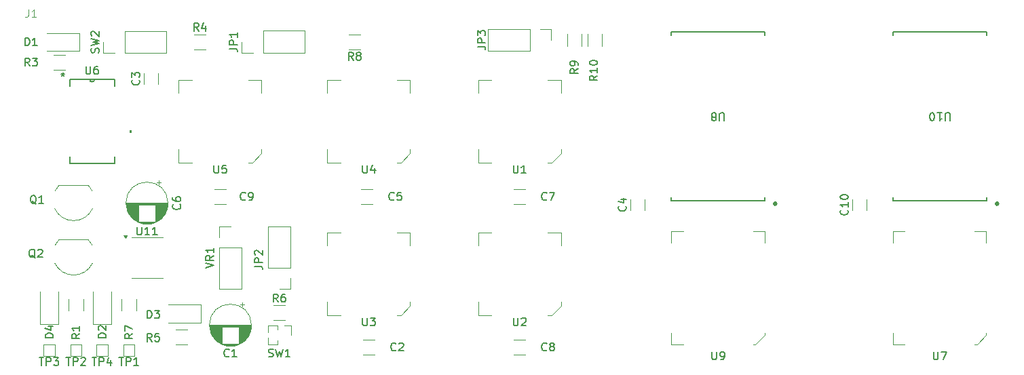
<source format=gto>
%TF.GenerationSoftware,KiCad,Pcbnew,9.0.2*%
%TF.CreationDate,2025-06-19T05:33:31+06:00*%
%TF.ProjectId,Amiga500 Actionreplay 5,416d6967-6135-4303-9020-416374696f6e,rev?*%
%TF.SameCoordinates,Original*%
%TF.FileFunction,Legend,Top*%
%TF.FilePolarity,Positive*%
%FSLAX46Y46*%
G04 Gerber Fmt 4.6, Leading zero omitted, Abs format (unit mm)*
G04 Created by KiCad (PCBNEW 9.0.2) date 2025-06-19 05:33:31*
%MOMM*%
%LPD*%
G01*
G04 APERTURE LIST*
%ADD10C,0.150000*%
%ADD11C,0.100000*%
%ADD12C,0.152400*%
%ADD13C,0.000000*%
%ADD14C,0.120000*%
G04 APERTURE END LIST*
D10*
X200332562Y-48264580D02*
X200332562Y-47455057D01*
X200332562Y-47455057D02*
X200284943Y-47359819D01*
X200284943Y-47359819D02*
X200237324Y-47312200D01*
X200237324Y-47312200D02*
X200142086Y-47264580D01*
X200142086Y-47264580D02*
X199951610Y-47264580D01*
X199951610Y-47264580D02*
X199856372Y-47312200D01*
X199856372Y-47312200D02*
X199808753Y-47359819D01*
X199808753Y-47359819D02*
X199761134Y-47455057D01*
X199761134Y-47455057D02*
X199761134Y-48264580D01*
X198761134Y-47264580D02*
X199332562Y-47264580D01*
X199046848Y-47264580D02*
X199046848Y-48264580D01*
X199046848Y-48264580D02*
X199142086Y-48121723D01*
X199142086Y-48121723D02*
X199237324Y-48026485D01*
X199237324Y-48026485D02*
X199332562Y-47978866D01*
X198142086Y-48264580D02*
X198046848Y-48264580D01*
X198046848Y-48264580D02*
X197951610Y-48216961D01*
X197951610Y-48216961D02*
X197903991Y-48169342D01*
X197903991Y-48169342D02*
X197856372Y-48074104D01*
X197856372Y-48074104D02*
X197808753Y-47883628D01*
X197808753Y-47883628D02*
X197808753Y-47645533D01*
X197808753Y-47645533D02*
X197856372Y-47455057D01*
X197856372Y-47455057D02*
X197903991Y-47359819D01*
X197903991Y-47359819D02*
X197951610Y-47312200D01*
X197951610Y-47312200D02*
X198046848Y-47264580D01*
X198046848Y-47264580D02*
X198142086Y-47264580D01*
X198142086Y-47264580D02*
X198237324Y-47312200D01*
X198237324Y-47312200D02*
X198284943Y-47359819D01*
X198284943Y-47359819D02*
X198332562Y-47455057D01*
X198332562Y-47455057D02*
X198380181Y-47645533D01*
X198380181Y-47645533D02*
X198380181Y-47883628D01*
X198380181Y-47883628D02*
X198332562Y-48074104D01*
X198332562Y-48074104D02*
X198284943Y-48169342D01*
X198284943Y-48169342D02*
X198237324Y-48216961D01*
X198237324Y-48216961D02*
X198142086Y-48264580D01*
X92528095Y-41459219D02*
X92528095Y-42268742D01*
X92528095Y-42268742D02*
X92575714Y-42363980D01*
X92575714Y-42363980D02*
X92623333Y-42411600D01*
X92623333Y-42411600D02*
X92718571Y-42459219D01*
X92718571Y-42459219D02*
X92909047Y-42459219D01*
X92909047Y-42459219D02*
X93004285Y-42411600D01*
X93004285Y-42411600D02*
X93051904Y-42363980D01*
X93051904Y-42363980D02*
X93099523Y-42268742D01*
X93099523Y-42268742D02*
X93099523Y-41459219D01*
X94004285Y-41459219D02*
X93813809Y-41459219D01*
X93813809Y-41459219D02*
X93718571Y-41506838D01*
X93718571Y-41506838D02*
X93670952Y-41554457D01*
X93670952Y-41554457D02*
X93575714Y-41697314D01*
X93575714Y-41697314D02*
X93528095Y-41887790D01*
X93528095Y-41887790D02*
X93528095Y-42268742D01*
X93528095Y-42268742D02*
X93575714Y-42363980D01*
X93575714Y-42363980D02*
X93623333Y-42411600D01*
X93623333Y-42411600D02*
X93718571Y-42459219D01*
X93718571Y-42459219D02*
X93909047Y-42459219D01*
X93909047Y-42459219D02*
X94004285Y-42411600D01*
X94004285Y-42411600D02*
X94051904Y-42363980D01*
X94051904Y-42363980D02*
X94099523Y-42268742D01*
X94099523Y-42268742D02*
X94099523Y-42030647D01*
X94099523Y-42030647D02*
X94051904Y-41935409D01*
X94051904Y-41935409D02*
X94004285Y-41887790D01*
X94004285Y-41887790D02*
X93909047Y-41840171D01*
X93909047Y-41840171D02*
X93718571Y-41840171D01*
X93718571Y-41840171D02*
X93623333Y-41887790D01*
X93623333Y-41887790D02*
X93575714Y-41935409D01*
X93575714Y-41935409D02*
X93528095Y-42030647D01*
X89657800Y-42297419D02*
X89657800Y-42535514D01*
X89419705Y-42440276D02*
X89657800Y-42535514D01*
X89657800Y-42535514D02*
X89895895Y-42440276D01*
X89514943Y-42725990D02*
X89657800Y-42535514D01*
X89657800Y-42535514D02*
X89800657Y-42725990D01*
X89657800Y-42297419D02*
X89657800Y-42535514D01*
X89419705Y-42440276D02*
X89657800Y-42535514D01*
X89657800Y-42535514D02*
X89895895Y-42440276D01*
X89514943Y-42725990D02*
X89657800Y-42535514D01*
X89657800Y-42535514D02*
X89800657Y-42725990D01*
X127060595Y-53824219D02*
X127060595Y-54633742D01*
X127060595Y-54633742D02*
X127108214Y-54728980D01*
X127108214Y-54728980D02*
X127155833Y-54776600D01*
X127155833Y-54776600D02*
X127251071Y-54824219D01*
X127251071Y-54824219D02*
X127441547Y-54824219D01*
X127441547Y-54824219D02*
X127536785Y-54776600D01*
X127536785Y-54776600D02*
X127584404Y-54728980D01*
X127584404Y-54728980D02*
X127632023Y-54633742D01*
X127632023Y-54633742D02*
X127632023Y-53824219D01*
X128536785Y-54157552D02*
X128536785Y-54824219D01*
X128298690Y-53776600D02*
X128060595Y-54490885D01*
X128060595Y-54490885D02*
X128679642Y-54490885D01*
X86336761Y-58683457D02*
X86241523Y-58635838D01*
X86241523Y-58635838D02*
X86146285Y-58540600D01*
X86146285Y-58540600D02*
X86003428Y-58397742D01*
X86003428Y-58397742D02*
X85908190Y-58350123D01*
X85908190Y-58350123D02*
X85812952Y-58350123D01*
X85860571Y-58588219D02*
X85765333Y-58540600D01*
X85765333Y-58540600D02*
X85670095Y-58445361D01*
X85670095Y-58445361D02*
X85622476Y-58254885D01*
X85622476Y-58254885D02*
X85622476Y-57921552D01*
X85622476Y-57921552D02*
X85670095Y-57731076D01*
X85670095Y-57731076D02*
X85765333Y-57635838D01*
X85765333Y-57635838D02*
X85860571Y-57588219D01*
X85860571Y-57588219D02*
X86051047Y-57588219D01*
X86051047Y-57588219D02*
X86146285Y-57635838D01*
X86146285Y-57635838D02*
X86241523Y-57731076D01*
X86241523Y-57731076D02*
X86289142Y-57921552D01*
X86289142Y-57921552D02*
X86289142Y-58254885D01*
X86289142Y-58254885D02*
X86241523Y-58445361D01*
X86241523Y-58445361D02*
X86146285Y-58540600D01*
X86146285Y-58540600D02*
X86051047Y-58588219D01*
X86051047Y-58588219D02*
X85860571Y-58588219D01*
X87241523Y-58588219D02*
X86670095Y-58588219D01*
X86955809Y-58588219D02*
X86955809Y-57588219D01*
X86955809Y-57588219D02*
X86860571Y-57731076D01*
X86860571Y-57731076D02*
X86765333Y-57826314D01*
X86765333Y-57826314D02*
X86670095Y-57873933D01*
X104257580Y-58725954D02*
X104305200Y-58773573D01*
X104305200Y-58773573D02*
X104352819Y-58916430D01*
X104352819Y-58916430D02*
X104352819Y-59011668D01*
X104352819Y-59011668D02*
X104305200Y-59154525D01*
X104305200Y-59154525D02*
X104209961Y-59249763D01*
X104209961Y-59249763D02*
X104114723Y-59297382D01*
X104114723Y-59297382D02*
X103924247Y-59345001D01*
X103924247Y-59345001D02*
X103781390Y-59345001D01*
X103781390Y-59345001D02*
X103590914Y-59297382D01*
X103590914Y-59297382D02*
X103495676Y-59249763D01*
X103495676Y-59249763D02*
X103400438Y-59154525D01*
X103400438Y-59154525D02*
X103352819Y-59011668D01*
X103352819Y-59011668D02*
X103352819Y-58916430D01*
X103352819Y-58916430D02*
X103400438Y-58773573D01*
X103400438Y-58773573D02*
X103448057Y-58725954D01*
X103352819Y-57868811D02*
X103352819Y-58059287D01*
X103352819Y-58059287D02*
X103400438Y-58154525D01*
X103400438Y-58154525D02*
X103448057Y-58202144D01*
X103448057Y-58202144D02*
X103590914Y-58297382D01*
X103590914Y-58297382D02*
X103781390Y-58345001D01*
X103781390Y-58345001D02*
X104162342Y-58345001D01*
X104162342Y-58345001D02*
X104257580Y-58297382D01*
X104257580Y-58297382D02*
X104305200Y-58249763D01*
X104305200Y-58249763D02*
X104352819Y-58154525D01*
X104352819Y-58154525D02*
X104352819Y-57964049D01*
X104352819Y-57964049D02*
X104305200Y-57868811D01*
X104305200Y-57868811D02*
X104257580Y-57821192D01*
X104257580Y-57821192D02*
X104162342Y-57773573D01*
X104162342Y-57773573D02*
X103924247Y-57773573D01*
X103924247Y-57773573D02*
X103829009Y-57821192D01*
X103829009Y-57821192D02*
X103781390Y-57868811D01*
X103781390Y-57868811D02*
X103733771Y-57964049D01*
X103733771Y-57964049D02*
X103733771Y-58154525D01*
X103733771Y-58154525D02*
X103781390Y-58249763D01*
X103781390Y-58249763D02*
X103829009Y-58297382D01*
X103829009Y-58297382D02*
X103924247Y-58345001D01*
X98909905Y-61525219D02*
X98909905Y-62334742D01*
X98909905Y-62334742D02*
X98957524Y-62429980D01*
X98957524Y-62429980D02*
X99005143Y-62477600D01*
X99005143Y-62477600D02*
X99100381Y-62525219D01*
X99100381Y-62525219D02*
X99290857Y-62525219D01*
X99290857Y-62525219D02*
X99386095Y-62477600D01*
X99386095Y-62477600D02*
X99433714Y-62429980D01*
X99433714Y-62429980D02*
X99481333Y-62334742D01*
X99481333Y-62334742D02*
X99481333Y-61525219D01*
X100481333Y-62525219D02*
X99909905Y-62525219D01*
X100195619Y-62525219D02*
X100195619Y-61525219D01*
X100195619Y-61525219D02*
X100100381Y-61668076D01*
X100100381Y-61668076D02*
X100005143Y-61763314D01*
X100005143Y-61763314D02*
X99909905Y-61810933D01*
X101433714Y-62525219D02*
X100862286Y-62525219D01*
X101148000Y-62525219D02*
X101148000Y-61525219D01*
X101148000Y-61525219D02*
X101052762Y-61668076D01*
X101052762Y-61668076D02*
X100957524Y-61763314D01*
X100957524Y-61763314D02*
X100862286Y-61810933D01*
X91760819Y-74877566D02*
X91284628Y-75210899D01*
X91760819Y-75448994D02*
X90760819Y-75448994D01*
X90760819Y-75448994D02*
X90760819Y-75068042D01*
X90760819Y-75068042D02*
X90808438Y-74972804D01*
X90808438Y-74972804D02*
X90856057Y-74925185D01*
X90856057Y-74925185D02*
X90951295Y-74877566D01*
X90951295Y-74877566D02*
X91094152Y-74877566D01*
X91094152Y-74877566D02*
X91189390Y-74925185D01*
X91189390Y-74925185D02*
X91237009Y-74972804D01*
X91237009Y-74972804D02*
X91284628Y-75068042D01*
X91284628Y-75068042D02*
X91284628Y-75448994D01*
X91760819Y-73925185D02*
X91760819Y-74496613D01*
X91760819Y-74210899D02*
X90760819Y-74210899D01*
X90760819Y-74210899D02*
X90903676Y-74306137D01*
X90903676Y-74306137D02*
X90998914Y-74401375D01*
X90998914Y-74401375D02*
X91046533Y-74496613D01*
X108518595Y-53824219D02*
X108518595Y-54633742D01*
X108518595Y-54633742D02*
X108566214Y-54728980D01*
X108566214Y-54728980D02*
X108613833Y-54776600D01*
X108613833Y-54776600D02*
X108709071Y-54824219D01*
X108709071Y-54824219D02*
X108899547Y-54824219D01*
X108899547Y-54824219D02*
X108994785Y-54776600D01*
X108994785Y-54776600D02*
X109042404Y-54728980D01*
X109042404Y-54728980D02*
X109090023Y-54633742D01*
X109090023Y-54633742D02*
X109090023Y-53824219D01*
X110042404Y-53824219D02*
X109566214Y-53824219D01*
X109566214Y-53824219D02*
X109518595Y-54300409D01*
X109518595Y-54300409D02*
X109566214Y-54252790D01*
X109566214Y-54252790D02*
X109661452Y-54205171D01*
X109661452Y-54205171D02*
X109899547Y-54205171D01*
X109899547Y-54205171D02*
X109994785Y-54252790D01*
X109994785Y-54252790D02*
X110042404Y-54300409D01*
X110042404Y-54300409D02*
X110090023Y-54395647D01*
X110090023Y-54395647D02*
X110090023Y-54633742D01*
X110090023Y-54633742D02*
X110042404Y-54728980D01*
X110042404Y-54728980D02*
X109994785Y-54776600D01*
X109994785Y-54776600D02*
X109899547Y-54824219D01*
X109899547Y-54824219D02*
X109661452Y-54824219D01*
X109661452Y-54824219D02*
X109566214Y-54776600D01*
X109566214Y-54776600D02*
X109518595Y-54728980D01*
X153942819Y-41790066D02*
X153466628Y-42123399D01*
X153942819Y-42361494D02*
X152942819Y-42361494D01*
X152942819Y-42361494D02*
X152942819Y-41980542D01*
X152942819Y-41980542D02*
X152990438Y-41885304D01*
X152990438Y-41885304D02*
X153038057Y-41837685D01*
X153038057Y-41837685D02*
X153133295Y-41790066D01*
X153133295Y-41790066D02*
X153276152Y-41790066D01*
X153276152Y-41790066D02*
X153371390Y-41837685D01*
X153371390Y-41837685D02*
X153419009Y-41885304D01*
X153419009Y-41885304D02*
X153466628Y-41980542D01*
X153466628Y-41980542D02*
X153466628Y-42361494D01*
X153942819Y-41313875D02*
X153942819Y-41123399D01*
X153942819Y-41123399D02*
X153895200Y-41028161D01*
X153895200Y-41028161D02*
X153847580Y-40980542D01*
X153847580Y-40980542D02*
X153704723Y-40885304D01*
X153704723Y-40885304D02*
X153514247Y-40837685D01*
X153514247Y-40837685D02*
X153133295Y-40837685D01*
X153133295Y-40837685D02*
X153038057Y-40885304D01*
X153038057Y-40885304D02*
X152990438Y-40932923D01*
X152990438Y-40932923D02*
X152942819Y-41028161D01*
X152942819Y-41028161D02*
X152942819Y-41218637D01*
X152942819Y-41218637D02*
X152990438Y-41313875D01*
X152990438Y-41313875D02*
X153038057Y-41361494D01*
X153038057Y-41361494D02*
X153133295Y-41409113D01*
X153133295Y-41409113D02*
X153371390Y-41409113D01*
X153371390Y-41409113D02*
X153466628Y-41361494D01*
X153466628Y-41361494D02*
X153514247Y-41313875D01*
X153514247Y-41313875D02*
X153561866Y-41218637D01*
X153561866Y-41218637D02*
X153561866Y-41028161D01*
X153561866Y-41028161D02*
X153514247Y-40932923D01*
X153514247Y-40932923D02*
X153466628Y-40885304D01*
X153466628Y-40885304D02*
X153371390Y-40837685D01*
X110430819Y-39256733D02*
X111145104Y-39256733D01*
X111145104Y-39256733D02*
X111287961Y-39304352D01*
X111287961Y-39304352D02*
X111383200Y-39399590D01*
X111383200Y-39399590D02*
X111430819Y-39542447D01*
X111430819Y-39542447D02*
X111430819Y-39637685D01*
X111430819Y-38780542D02*
X110430819Y-38780542D01*
X110430819Y-38780542D02*
X110430819Y-38399590D01*
X110430819Y-38399590D02*
X110478438Y-38304352D01*
X110478438Y-38304352D02*
X110526057Y-38256733D01*
X110526057Y-38256733D02*
X110621295Y-38209114D01*
X110621295Y-38209114D02*
X110764152Y-38209114D01*
X110764152Y-38209114D02*
X110859390Y-38256733D01*
X110859390Y-38256733D02*
X110907009Y-38304352D01*
X110907009Y-38304352D02*
X110954628Y-38399590D01*
X110954628Y-38399590D02*
X110954628Y-38780542D01*
X111430819Y-37256733D02*
X111430819Y-37828161D01*
X111430819Y-37542447D02*
X110430819Y-37542447D01*
X110430819Y-37542447D02*
X110573676Y-37637685D01*
X110573676Y-37637685D02*
X110668914Y-37732923D01*
X110668914Y-37732923D02*
X110716533Y-37828161D01*
X150019333Y-76907980D02*
X149971714Y-76955600D01*
X149971714Y-76955600D02*
X149828857Y-77003219D01*
X149828857Y-77003219D02*
X149733619Y-77003219D01*
X149733619Y-77003219D02*
X149590762Y-76955600D01*
X149590762Y-76955600D02*
X149495524Y-76860361D01*
X149495524Y-76860361D02*
X149447905Y-76765123D01*
X149447905Y-76765123D02*
X149400286Y-76574647D01*
X149400286Y-76574647D02*
X149400286Y-76431790D01*
X149400286Y-76431790D02*
X149447905Y-76241314D01*
X149447905Y-76241314D02*
X149495524Y-76146076D01*
X149495524Y-76146076D02*
X149590762Y-76050838D01*
X149590762Y-76050838D02*
X149733619Y-76003219D01*
X149733619Y-76003219D02*
X149828857Y-76003219D01*
X149828857Y-76003219D02*
X149971714Y-76050838D01*
X149971714Y-76050838D02*
X150019333Y-76098457D01*
X150590762Y-76431790D02*
X150495524Y-76384171D01*
X150495524Y-76384171D02*
X150447905Y-76336552D01*
X150447905Y-76336552D02*
X150400286Y-76241314D01*
X150400286Y-76241314D02*
X150400286Y-76193695D01*
X150400286Y-76193695D02*
X150447905Y-76098457D01*
X150447905Y-76098457D02*
X150495524Y-76050838D01*
X150495524Y-76050838D02*
X150590762Y-76003219D01*
X150590762Y-76003219D02*
X150781238Y-76003219D01*
X150781238Y-76003219D02*
X150876476Y-76050838D01*
X150876476Y-76050838D02*
X150924095Y-76098457D01*
X150924095Y-76098457D02*
X150971714Y-76193695D01*
X150971714Y-76193695D02*
X150971714Y-76241314D01*
X150971714Y-76241314D02*
X150924095Y-76336552D01*
X150924095Y-76336552D02*
X150876476Y-76384171D01*
X150876476Y-76384171D02*
X150781238Y-76431790D01*
X150781238Y-76431790D02*
X150590762Y-76431790D01*
X150590762Y-76431790D02*
X150495524Y-76479409D01*
X150495524Y-76479409D02*
X150447905Y-76527028D01*
X150447905Y-76527028D02*
X150400286Y-76622266D01*
X150400286Y-76622266D02*
X150400286Y-76812742D01*
X150400286Y-76812742D02*
X150447905Y-76907980D01*
X150447905Y-76907980D02*
X150495524Y-76955600D01*
X150495524Y-76955600D02*
X150590762Y-77003219D01*
X150590762Y-77003219D02*
X150781238Y-77003219D01*
X150781238Y-77003219D02*
X150876476Y-76955600D01*
X150876476Y-76955600D02*
X150924095Y-76907980D01*
X150924095Y-76907980D02*
X150971714Y-76812742D01*
X150971714Y-76812742D02*
X150971714Y-76622266D01*
X150971714Y-76622266D02*
X150924095Y-76527028D01*
X150924095Y-76527028D02*
X150876476Y-76479409D01*
X150876476Y-76479409D02*
X150781238Y-76431790D01*
X98364819Y-74877566D02*
X97888628Y-75210899D01*
X98364819Y-75448994D02*
X97364819Y-75448994D01*
X97364819Y-75448994D02*
X97364819Y-75068042D01*
X97364819Y-75068042D02*
X97412438Y-74972804D01*
X97412438Y-74972804D02*
X97460057Y-74925185D01*
X97460057Y-74925185D02*
X97555295Y-74877566D01*
X97555295Y-74877566D02*
X97698152Y-74877566D01*
X97698152Y-74877566D02*
X97793390Y-74925185D01*
X97793390Y-74925185D02*
X97841009Y-74972804D01*
X97841009Y-74972804D02*
X97888628Y-75068042D01*
X97888628Y-75068042D02*
X97888628Y-75448994D01*
X97364819Y-74544232D02*
X97364819Y-73877566D01*
X97364819Y-73877566D02*
X98364819Y-74306137D01*
X187557580Y-59411257D02*
X187605200Y-59458876D01*
X187605200Y-59458876D02*
X187652819Y-59601733D01*
X187652819Y-59601733D02*
X187652819Y-59696971D01*
X187652819Y-59696971D02*
X187605200Y-59839828D01*
X187605200Y-59839828D02*
X187509961Y-59935066D01*
X187509961Y-59935066D02*
X187414723Y-59982685D01*
X187414723Y-59982685D02*
X187224247Y-60030304D01*
X187224247Y-60030304D02*
X187081390Y-60030304D01*
X187081390Y-60030304D02*
X186890914Y-59982685D01*
X186890914Y-59982685D02*
X186795676Y-59935066D01*
X186795676Y-59935066D02*
X186700438Y-59839828D01*
X186700438Y-59839828D02*
X186652819Y-59696971D01*
X186652819Y-59696971D02*
X186652819Y-59601733D01*
X186652819Y-59601733D02*
X186700438Y-59458876D01*
X186700438Y-59458876D02*
X186748057Y-59411257D01*
X187652819Y-58458876D02*
X187652819Y-59030304D01*
X187652819Y-58744590D02*
X186652819Y-58744590D01*
X186652819Y-58744590D02*
X186795676Y-58839828D01*
X186795676Y-58839828D02*
X186890914Y-58935066D01*
X186890914Y-58935066D02*
X186938533Y-59030304D01*
X186652819Y-57839828D02*
X186652819Y-57744590D01*
X186652819Y-57744590D02*
X186700438Y-57649352D01*
X186700438Y-57649352D02*
X186748057Y-57601733D01*
X186748057Y-57601733D02*
X186843295Y-57554114D01*
X186843295Y-57554114D02*
X187033771Y-57506495D01*
X187033771Y-57506495D02*
X187271866Y-57506495D01*
X187271866Y-57506495D02*
X187462342Y-57554114D01*
X187462342Y-57554114D02*
X187557580Y-57601733D01*
X187557580Y-57601733D02*
X187605200Y-57649352D01*
X187605200Y-57649352D02*
X187652819Y-57744590D01*
X187652819Y-57744590D02*
X187652819Y-57839828D01*
X187652819Y-57839828D02*
X187605200Y-57935066D01*
X187605200Y-57935066D02*
X187557580Y-57982685D01*
X187557580Y-57982685D02*
X187462342Y-58030304D01*
X187462342Y-58030304D02*
X187271866Y-58077923D01*
X187271866Y-58077923D02*
X187033771Y-58077923D01*
X187033771Y-58077923D02*
X186843295Y-58030304D01*
X186843295Y-58030304D02*
X186748057Y-57982685D01*
X186748057Y-57982685D02*
X186700438Y-57935066D01*
X186700438Y-57935066D02*
X186652819Y-57839828D01*
X156355819Y-42647257D02*
X155879628Y-42980590D01*
X156355819Y-43218685D02*
X155355819Y-43218685D01*
X155355819Y-43218685D02*
X155355819Y-42837733D01*
X155355819Y-42837733D02*
X155403438Y-42742495D01*
X155403438Y-42742495D02*
X155451057Y-42694876D01*
X155451057Y-42694876D02*
X155546295Y-42647257D01*
X155546295Y-42647257D02*
X155689152Y-42647257D01*
X155689152Y-42647257D02*
X155784390Y-42694876D01*
X155784390Y-42694876D02*
X155832009Y-42742495D01*
X155832009Y-42742495D02*
X155879628Y-42837733D01*
X155879628Y-42837733D02*
X155879628Y-43218685D01*
X156355819Y-41694876D02*
X156355819Y-42266304D01*
X156355819Y-41980590D02*
X155355819Y-41980590D01*
X155355819Y-41980590D02*
X155498676Y-42075828D01*
X155498676Y-42075828D02*
X155593914Y-42171066D01*
X155593914Y-42171066D02*
X155641533Y-42266304D01*
X155355819Y-41075828D02*
X155355819Y-40980590D01*
X155355819Y-40980590D02*
X155403438Y-40885352D01*
X155403438Y-40885352D02*
X155451057Y-40837733D01*
X155451057Y-40837733D02*
X155546295Y-40790114D01*
X155546295Y-40790114D02*
X155736771Y-40742495D01*
X155736771Y-40742495D02*
X155974866Y-40742495D01*
X155974866Y-40742495D02*
X156165342Y-40790114D01*
X156165342Y-40790114D02*
X156260580Y-40837733D01*
X156260580Y-40837733D02*
X156308200Y-40885352D01*
X156308200Y-40885352D02*
X156355819Y-40980590D01*
X156355819Y-40980590D02*
X156355819Y-41075828D01*
X156355819Y-41075828D02*
X156308200Y-41171066D01*
X156308200Y-41171066D02*
X156260580Y-41218685D01*
X156260580Y-41218685D02*
X156165342Y-41266304D01*
X156165342Y-41266304D02*
X155974866Y-41313923D01*
X155974866Y-41313923D02*
X155736771Y-41313923D01*
X155736771Y-41313923D02*
X155546295Y-41266304D01*
X155546295Y-41266304D02*
X155451057Y-41218685D01*
X155451057Y-41218685D02*
X155403438Y-41171066D01*
X155403438Y-41171066D02*
X155355819Y-41075828D01*
X88458819Y-75381494D02*
X87458819Y-75381494D01*
X87458819Y-75381494D02*
X87458819Y-75143399D01*
X87458819Y-75143399D02*
X87506438Y-75000542D01*
X87506438Y-75000542D02*
X87601676Y-74905304D01*
X87601676Y-74905304D02*
X87696914Y-74857685D01*
X87696914Y-74857685D02*
X87887390Y-74810066D01*
X87887390Y-74810066D02*
X88030247Y-74810066D01*
X88030247Y-74810066D02*
X88220723Y-74857685D01*
X88220723Y-74857685D02*
X88315961Y-74905304D01*
X88315961Y-74905304D02*
X88411200Y-75000542D01*
X88411200Y-75000542D02*
X88458819Y-75143399D01*
X88458819Y-75143399D02*
X88458819Y-75381494D01*
X87792152Y-73952923D02*
X88458819Y-73952923D01*
X87411200Y-74191018D02*
X88125485Y-74429113D01*
X88125485Y-74429113D02*
X88125485Y-73810066D01*
X150019333Y-58111980D02*
X149971714Y-58159600D01*
X149971714Y-58159600D02*
X149828857Y-58207219D01*
X149828857Y-58207219D02*
X149733619Y-58207219D01*
X149733619Y-58207219D02*
X149590762Y-58159600D01*
X149590762Y-58159600D02*
X149495524Y-58064361D01*
X149495524Y-58064361D02*
X149447905Y-57969123D01*
X149447905Y-57969123D02*
X149400286Y-57778647D01*
X149400286Y-57778647D02*
X149400286Y-57635790D01*
X149400286Y-57635790D02*
X149447905Y-57445314D01*
X149447905Y-57445314D02*
X149495524Y-57350076D01*
X149495524Y-57350076D02*
X149590762Y-57254838D01*
X149590762Y-57254838D02*
X149733619Y-57207219D01*
X149733619Y-57207219D02*
X149828857Y-57207219D01*
X149828857Y-57207219D02*
X149971714Y-57254838D01*
X149971714Y-57254838D02*
X150019333Y-57302457D01*
X150352667Y-57207219D02*
X151019333Y-57207219D01*
X151019333Y-57207219D02*
X150590762Y-58207219D01*
X159871580Y-58935066D02*
X159919200Y-58982685D01*
X159919200Y-58982685D02*
X159966819Y-59125542D01*
X159966819Y-59125542D02*
X159966819Y-59220780D01*
X159966819Y-59220780D02*
X159919200Y-59363637D01*
X159919200Y-59363637D02*
X159823961Y-59458875D01*
X159823961Y-59458875D02*
X159728723Y-59506494D01*
X159728723Y-59506494D02*
X159538247Y-59554113D01*
X159538247Y-59554113D02*
X159395390Y-59554113D01*
X159395390Y-59554113D02*
X159204914Y-59506494D01*
X159204914Y-59506494D02*
X159109676Y-59458875D01*
X159109676Y-59458875D02*
X159014438Y-59363637D01*
X159014438Y-59363637D02*
X158966819Y-59220780D01*
X158966819Y-59220780D02*
X158966819Y-59125542D01*
X158966819Y-59125542D02*
X159014438Y-58982685D01*
X159014438Y-58982685D02*
X159062057Y-58935066D01*
X159300152Y-58077923D02*
X159966819Y-58077923D01*
X158919200Y-58316018D02*
X159633485Y-58554113D01*
X159633485Y-58554113D02*
X159633485Y-57935066D01*
X90044095Y-77832219D02*
X90615523Y-77832219D01*
X90329809Y-78832219D02*
X90329809Y-77832219D01*
X90948857Y-78832219D02*
X90948857Y-77832219D01*
X90948857Y-77832219D02*
X91329809Y-77832219D01*
X91329809Y-77832219D02*
X91425047Y-77879838D01*
X91425047Y-77879838D02*
X91472666Y-77927457D01*
X91472666Y-77927457D02*
X91520285Y-78022695D01*
X91520285Y-78022695D02*
X91520285Y-78165552D01*
X91520285Y-78165552D02*
X91472666Y-78260790D01*
X91472666Y-78260790D02*
X91425047Y-78308409D01*
X91425047Y-78308409D02*
X91329809Y-78356028D01*
X91329809Y-78356028D02*
X90948857Y-78356028D01*
X91901238Y-77927457D02*
X91948857Y-77879838D01*
X91948857Y-77879838D02*
X92044095Y-77832219D01*
X92044095Y-77832219D02*
X92282190Y-77832219D01*
X92282190Y-77832219D02*
X92377428Y-77879838D01*
X92377428Y-77879838D02*
X92425047Y-77927457D01*
X92425047Y-77927457D02*
X92472666Y-78022695D01*
X92472666Y-78022695D02*
X92472666Y-78117933D01*
X92472666Y-78117933D02*
X92425047Y-78260790D01*
X92425047Y-78260790D02*
X91853619Y-78832219D01*
X91853619Y-78832219D02*
X92472666Y-78832219D01*
X100743333Y-75837219D02*
X100410000Y-75361028D01*
X100171905Y-75837219D02*
X100171905Y-74837219D01*
X100171905Y-74837219D02*
X100552857Y-74837219D01*
X100552857Y-74837219D02*
X100648095Y-74884838D01*
X100648095Y-74884838D02*
X100695714Y-74932457D01*
X100695714Y-74932457D02*
X100743333Y-75027695D01*
X100743333Y-75027695D02*
X100743333Y-75170552D01*
X100743333Y-75170552D02*
X100695714Y-75265790D01*
X100695714Y-75265790D02*
X100648095Y-75313409D01*
X100648095Y-75313409D02*
X100552857Y-75361028D01*
X100552857Y-75361028D02*
X100171905Y-75361028D01*
X101648095Y-74837219D02*
X101171905Y-74837219D01*
X101171905Y-74837219D02*
X101124286Y-75313409D01*
X101124286Y-75313409D02*
X101171905Y-75265790D01*
X101171905Y-75265790D02*
X101267143Y-75218171D01*
X101267143Y-75218171D02*
X101505238Y-75218171D01*
X101505238Y-75218171D02*
X101600476Y-75265790D01*
X101600476Y-75265790D02*
X101648095Y-75313409D01*
X101648095Y-75313409D02*
X101695714Y-75408647D01*
X101695714Y-75408647D02*
X101695714Y-75646742D01*
X101695714Y-75646742D02*
X101648095Y-75741980D01*
X101648095Y-75741980D02*
X101600476Y-75789600D01*
X101600476Y-75789600D02*
X101505238Y-75837219D01*
X101505238Y-75837219D02*
X101267143Y-75837219D01*
X101267143Y-75837219D02*
X101171905Y-75789600D01*
X101171905Y-75789600D02*
X101124286Y-75741980D01*
X116491333Y-70907219D02*
X116158000Y-70431028D01*
X115919905Y-70907219D02*
X115919905Y-69907219D01*
X115919905Y-69907219D02*
X116300857Y-69907219D01*
X116300857Y-69907219D02*
X116396095Y-69954838D01*
X116396095Y-69954838D02*
X116443714Y-70002457D01*
X116443714Y-70002457D02*
X116491333Y-70097695D01*
X116491333Y-70097695D02*
X116491333Y-70240552D01*
X116491333Y-70240552D02*
X116443714Y-70335790D01*
X116443714Y-70335790D02*
X116396095Y-70383409D01*
X116396095Y-70383409D02*
X116300857Y-70431028D01*
X116300857Y-70431028D02*
X115919905Y-70431028D01*
X117348476Y-69907219D02*
X117158000Y-69907219D01*
X117158000Y-69907219D02*
X117062762Y-69954838D01*
X117062762Y-69954838D02*
X117015143Y-70002457D01*
X117015143Y-70002457D02*
X116919905Y-70145314D01*
X116919905Y-70145314D02*
X116872286Y-70335790D01*
X116872286Y-70335790D02*
X116872286Y-70716742D01*
X116872286Y-70716742D02*
X116919905Y-70811980D01*
X116919905Y-70811980D02*
X116967524Y-70859600D01*
X116967524Y-70859600D02*
X117062762Y-70907219D01*
X117062762Y-70907219D02*
X117253238Y-70907219D01*
X117253238Y-70907219D02*
X117348476Y-70859600D01*
X117348476Y-70859600D02*
X117396095Y-70811980D01*
X117396095Y-70811980D02*
X117443714Y-70716742D01*
X117443714Y-70716742D02*
X117443714Y-70478647D01*
X117443714Y-70478647D02*
X117396095Y-70383409D01*
X117396095Y-70383409D02*
X117348476Y-70335790D01*
X117348476Y-70335790D02*
X117253238Y-70288171D01*
X117253238Y-70288171D02*
X117062762Y-70288171D01*
X117062762Y-70288171D02*
X116967524Y-70335790D01*
X116967524Y-70335790D02*
X116919905Y-70383409D01*
X116919905Y-70383409D02*
X116872286Y-70478647D01*
X96648095Y-77832219D02*
X97219523Y-77832219D01*
X96933809Y-78832219D02*
X96933809Y-77832219D01*
X97552857Y-78832219D02*
X97552857Y-77832219D01*
X97552857Y-77832219D02*
X97933809Y-77832219D01*
X97933809Y-77832219D02*
X98029047Y-77879838D01*
X98029047Y-77879838D02*
X98076666Y-77927457D01*
X98076666Y-77927457D02*
X98124285Y-78022695D01*
X98124285Y-78022695D02*
X98124285Y-78165552D01*
X98124285Y-78165552D02*
X98076666Y-78260790D01*
X98076666Y-78260790D02*
X98029047Y-78308409D01*
X98029047Y-78308409D02*
X97933809Y-78356028D01*
X97933809Y-78356028D02*
X97552857Y-78356028D01*
X99076666Y-78832219D02*
X98505238Y-78832219D01*
X98790952Y-78832219D02*
X98790952Y-77832219D01*
X98790952Y-77832219D02*
X98695714Y-77975076D01*
X98695714Y-77975076D02*
X98600476Y-78070314D01*
X98600476Y-78070314D02*
X98505238Y-78117933D01*
X127060595Y-72874219D02*
X127060595Y-73683742D01*
X127060595Y-73683742D02*
X127108214Y-73778980D01*
X127108214Y-73778980D02*
X127155833Y-73826600D01*
X127155833Y-73826600D02*
X127251071Y-73874219D01*
X127251071Y-73874219D02*
X127441547Y-73874219D01*
X127441547Y-73874219D02*
X127536785Y-73826600D01*
X127536785Y-73826600D02*
X127584404Y-73778980D01*
X127584404Y-73778980D02*
X127632023Y-73683742D01*
X127632023Y-73683742D02*
X127632023Y-72874219D01*
X128012976Y-72874219D02*
X128632023Y-72874219D01*
X128632023Y-72874219D02*
X128298690Y-73255171D01*
X128298690Y-73255171D02*
X128441547Y-73255171D01*
X128441547Y-73255171D02*
X128536785Y-73302790D01*
X128536785Y-73302790D02*
X128584404Y-73350409D01*
X128584404Y-73350409D02*
X128632023Y-73445647D01*
X128632023Y-73445647D02*
X128632023Y-73683742D01*
X128632023Y-73683742D02*
X128584404Y-73778980D01*
X128584404Y-73778980D02*
X128536785Y-73826600D01*
X128536785Y-73826600D02*
X128441547Y-73874219D01*
X128441547Y-73874219D02*
X128155833Y-73874219D01*
X128155833Y-73874219D02*
X128060595Y-73826600D01*
X128060595Y-73826600D02*
X128012976Y-73778980D01*
X112427333Y-58111980D02*
X112379714Y-58159600D01*
X112379714Y-58159600D02*
X112236857Y-58207219D01*
X112236857Y-58207219D02*
X112141619Y-58207219D01*
X112141619Y-58207219D02*
X111998762Y-58159600D01*
X111998762Y-58159600D02*
X111903524Y-58064361D01*
X111903524Y-58064361D02*
X111855905Y-57969123D01*
X111855905Y-57969123D02*
X111808286Y-57778647D01*
X111808286Y-57778647D02*
X111808286Y-57635790D01*
X111808286Y-57635790D02*
X111855905Y-57445314D01*
X111855905Y-57445314D02*
X111903524Y-57350076D01*
X111903524Y-57350076D02*
X111998762Y-57254838D01*
X111998762Y-57254838D02*
X112141619Y-57207219D01*
X112141619Y-57207219D02*
X112236857Y-57207219D01*
X112236857Y-57207219D02*
X112379714Y-57254838D01*
X112379714Y-57254838D02*
X112427333Y-57302457D01*
X112903524Y-58207219D02*
X113094000Y-58207219D01*
X113094000Y-58207219D02*
X113189238Y-58159600D01*
X113189238Y-58159600D02*
X113236857Y-58111980D01*
X113236857Y-58111980D02*
X113332095Y-57969123D01*
X113332095Y-57969123D02*
X113379714Y-57778647D01*
X113379714Y-57778647D02*
X113379714Y-57397695D01*
X113379714Y-57397695D02*
X113332095Y-57302457D01*
X113332095Y-57302457D02*
X113284476Y-57254838D01*
X113284476Y-57254838D02*
X113189238Y-57207219D01*
X113189238Y-57207219D02*
X112998762Y-57207219D01*
X112998762Y-57207219D02*
X112903524Y-57254838D01*
X112903524Y-57254838D02*
X112855905Y-57302457D01*
X112855905Y-57302457D02*
X112808286Y-57397695D01*
X112808286Y-57397695D02*
X112808286Y-57635790D01*
X112808286Y-57635790D02*
X112855905Y-57731028D01*
X112855905Y-57731028D02*
X112903524Y-57778647D01*
X112903524Y-57778647D02*
X112998762Y-57826266D01*
X112998762Y-57826266D02*
X113189238Y-57826266D01*
X113189238Y-57826266D02*
X113284476Y-57778647D01*
X113284476Y-57778647D02*
X113332095Y-57731028D01*
X113332095Y-57731028D02*
X113379714Y-57635790D01*
X85503333Y-41443219D02*
X85170000Y-40967028D01*
X84931905Y-41443219D02*
X84931905Y-40443219D01*
X84931905Y-40443219D02*
X85312857Y-40443219D01*
X85312857Y-40443219D02*
X85408095Y-40490838D01*
X85408095Y-40490838D02*
X85455714Y-40538457D01*
X85455714Y-40538457D02*
X85503333Y-40633695D01*
X85503333Y-40633695D02*
X85503333Y-40776552D01*
X85503333Y-40776552D02*
X85455714Y-40871790D01*
X85455714Y-40871790D02*
X85408095Y-40919409D01*
X85408095Y-40919409D02*
X85312857Y-40967028D01*
X85312857Y-40967028D02*
X84931905Y-40967028D01*
X85836667Y-40443219D02*
X86455714Y-40443219D01*
X86455714Y-40443219D02*
X86122381Y-40824171D01*
X86122381Y-40824171D02*
X86265238Y-40824171D01*
X86265238Y-40824171D02*
X86360476Y-40871790D01*
X86360476Y-40871790D02*
X86408095Y-40919409D01*
X86408095Y-40919409D02*
X86455714Y-41014647D01*
X86455714Y-41014647D02*
X86455714Y-41252742D01*
X86455714Y-41252742D02*
X86408095Y-41347980D01*
X86408095Y-41347980D02*
X86360476Y-41395600D01*
X86360476Y-41395600D02*
X86265238Y-41443219D01*
X86265238Y-41443219D02*
X85979524Y-41443219D01*
X85979524Y-41443219D02*
X85884286Y-41395600D01*
X85884286Y-41395600D02*
X85836667Y-41347980D01*
X84931905Y-38903219D02*
X84931905Y-37903219D01*
X84931905Y-37903219D02*
X85170000Y-37903219D01*
X85170000Y-37903219D02*
X85312857Y-37950838D01*
X85312857Y-37950838D02*
X85408095Y-38046076D01*
X85408095Y-38046076D02*
X85455714Y-38141314D01*
X85455714Y-38141314D02*
X85503333Y-38331790D01*
X85503333Y-38331790D02*
X85503333Y-38474647D01*
X85503333Y-38474647D02*
X85455714Y-38665123D01*
X85455714Y-38665123D02*
X85408095Y-38760361D01*
X85408095Y-38760361D02*
X85312857Y-38855600D01*
X85312857Y-38855600D02*
X85170000Y-38903219D01*
X85170000Y-38903219D02*
X84931905Y-38903219D01*
X86455714Y-38903219D02*
X85884286Y-38903219D01*
X86170000Y-38903219D02*
X86170000Y-37903219D01*
X86170000Y-37903219D02*
X86074762Y-38046076D01*
X86074762Y-38046076D02*
X85979524Y-38141314D01*
X85979524Y-38141314D02*
X85884286Y-38188933D01*
X93298095Y-77832219D02*
X93869523Y-77832219D01*
X93583809Y-78832219D02*
X93583809Y-77832219D01*
X94202857Y-78832219D02*
X94202857Y-77832219D01*
X94202857Y-77832219D02*
X94583809Y-77832219D01*
X94583809Y-77832219D02*
X94679047Y-77879838D01*
X94679047Y-77879838D02*
X94726666Y-77927457D01*
X94726666Y-77927457D02*
X94774285Y-78022695D01*
X94774285Y-78022695D02*
X94774285Y-78165552D01*
X94774285Y-78165552D02*
X94726666Y-78260790D01*
X94726666Y-78260790D02*
X94679047Y-78308409D01*
X94679047Y-78308409D02*
X94583809Y-78356028D01*
X94583809Y-78356028D02*
X94202857Y-78356028D01*
X95631428Y-78165552D02*
X95631428Y-78832219D01*
X95393333Y-77784600D02*
X95155238Y-78498885D01*
X95155238Y-78498885D02*
X95774285Y-78498885D01*
X125889333Y-40733219D02*
X125556000Y-40257028D01*
X125317905Y-40733219D02*
X125317905Y-39733219D01*
X125317905Y-39733219D02*
X125698857Y-39733219D01*
X125698857Y-39733219D02*
X125794095Y-39780838D01*
X125794095Y-39780838D02*
X125841714Y-39828457D01*
X125841714Y-39828457D02*
X125889333Y-39923695D01*
X125889333Y-39923695D02*
X125889333Y-40066552D01*
X125889333Y-40066552D02*
X125841714Y-40161790D01*
X125841714Y-40161790D02*
X125794095Y-40209409D01*
X125794095Y-40209409D02*
X125698857Y-40257028D01*
X125698857Y-40257028D02*
X125317905Y-40257028D01*
X126460762Y-40161790D02*
X126365524Y-40114171D01*
X126365524Y-40114171D02*
X126317905Y-40066552D01*
X126317905Y-40066552D02*
X126270286Y-39971314D01*
X126270286Y-39971314D02*
X126270286Y-39923695D01*
X126270286Y-39923695D02*
X126317905Y-39828457D01*
X126317905Y-39828457D02*
X126365524Y-39780838D01*
X126365524Y-39780838D02*
X126460762Y-39733219D01*
X126460762Y-39733219D02*
X126651238Y-39733219D01*
X126651238Y-39733219D02*
X126746476Y-39780838D01*
X126746476Y-39780838D02*
X126794095Y-39828457D01*
X126794095Y-39828457D02*
X126841714Y-39923695D01*
X126841714Y-39923695D02*
X126841714Y-39971314D01*
X126841714Y-39971314D02*
X126794095Y-40066552D01*
X126794095Y-40066552D02*
X126746476Y-40114171D01*
X126746476Y-40114171D02*
X126651238Y-40161790D01*
X126651238Y-40161790D02*
X126460762Y-40161790D01*
X126460762Y-40161790D02*
X126365524Y-40209409D01*
X126365524Y-40209409D02*
X126317905Y-40257028D01*
X126317905Y-40257028D02*
X126270286Y-40352266D01*
X126270286Y-40352266D02*
X126270286Y-40542742D01*
X126270286Y-40542742D02*
X126317905Y-40637980D01*
X126317905Y-40637980D02*
X126365524Y-40685600D01*
X126365524Y-40685600D02*
X126460762Y-40733219D01*
X126460762Y-40733219D02*
X126651238Y-40733219D01*
X126651238Y-40733219D02*
X126746476Y-40685600D01*
X126746476Y-40685600D02*
X126794095Y-40637980D01*
X126794095Y-40637980D02*
X126841714Y-40542742D01*
X126841714Y-40542742D02*
X126841714Y-40352266D01*
X126841714Y-40352266D02*
X126794095Y-40257028D01*
X126794095Y-40257028D02*
X126746476Y-40209409D01*
X126746476Y-40209409D02*
X126651238Y-40161790D01*
X131211833Y-76907980D02*
X131164214Y-76955600D01*
X131164214Y-76955600D02*
X131021357Y-77003219D01*
X131021357Y-77003219D02*
X130926119Y-77003219D01*
X130926119Y-77003219D02*
X130783262Y-76955600D01*
X130783262Y-76955600D02*
X130688024Y-76860361D01*
X130688024Y-76860361D02*
X130640405Y-76765123D01*
X130640405Y-76765123D02*
X130592786Y-76574647D01*
X130592786Y-76574647D02*
X130592786Y-76431790D01*
X130592786Y-76431790D02*
X130640405Y-76241314D01*
X130640405Y-76241314D02*
X130688024Y-76146076D01*
X130688024Y-76146076D02*
X130783262Y-76050838D01*
X130783262Y-76050838D02*
X130926119Y-76003219D01*
X130926119Y-76003219D02*
X131021357Y-76003219D01*
X131021357Y-76003219D02*
X131164214Y-76050838D01*
X131164214Y-76050838D02*
X131211833Y-76098457D01*
X131592786Y-76098457D02*
X131640405Y-76050838D01*
X131640405Y-76050838D02*
X131735643Y-76003219D01*
X131735643Y-76003219D02*
X131973738Y-76003219D01*
X131973738Y-76003219D02*
X132068976Y-76050838D01*
X132068976Y-76050838D02*
X132116595Y-76098457D01*
X132116595Y-76098457D02*
X132164214Y-76193695D01*
X132164214Y-76193695D02*
X132164214Y-76288933D01*
X132164214Y-76288933D02*
X132116595Y-76431790D01*
X132116595Y-76431790D02*
X131545167Y-77003219D01*
X131545167Y-77003219D02*
X132164214Y-77003219D01*
X94111200Y-39781732D02*
X94158819Y-39638875D01*
X94158819Y-39638875D02*
X94158819Y-39400780D01*
X94158819Y-39400780D02*
X94111200Y-39305542D01*
X94111200Y-39305542D02*
X94063580Y-39257923D01*
X94063580Y-39257923D02*
X93968342Y-39210304D01*
X93968342Y-39210304D02*
X93873104Y-39210304D01*
X93873104Y-39210304D02*
X93777866Y-39257923D01*
X93777866Y-39257923D02*
X93730247Y-39305542D01*
X93730247Y-39305542D02*
X93682628Y-39400780D01*
X93682628Y-39400780D02*
X93635009Y-39591256D01*
X93635009Y-39591256D02*
X93587390Y-39686494D01*
X93587390Y-39686494D02*
X93539771Y-39734113D01*
X93539771Y-39734113D02*
X93444533Y-39781732D01*
X93444533Y-39781732D02*
X93349295Y-39781732D01*
X93349295Y-39781732D02*
X93254057Y-39734113D01*
X93254057Y-39734113D02*
X93206438Y-39686494D01*
X93206438Y-39686494D02*
X93158819Y-39591256D01*
X93158819Y-39591256D02*
X93158819Y-39353161D01*
X93158819Y-39353161D02*
X93206438Y-39210304D01*
X93158819Y-38876970D02*
X94158819Y-38638875D01*
X94158819Y-38638875D02*
X93444533Y-38448399D01*
X93444533Y-38448399D02*
X94158819Y-38257923D01*
X94158819Y-38257923D02*
X93158819Y-38019828D01*
X93254057Y-37686494D02*
X93206438Y-37638875D01*
X93206438Y-37638875D02*
X93158819Y-37543637D01*
X93158819Y-37543637D02*
X93158819Y-37305542D01*
X93158819Y-37305542D02*
X93206438Y-37210304D01*
X93206438Y-37210304D02*
X93254057Y-37162685D01*
X93254057Y-37162685D02*
X93349295Y-37115066D01*
X93349295Y-37115066D02*
X93444533Y-37115066D01*
X93444533Y-37115066D02*
X93587390Y-37162685D01*
X93587390Y-37162685D02*
X94158819Y-37734113D01*
X94158819Y-37734113D02*
X94158819Y-37115066D01*
X86694095Y-77832219D02*
X87265523Y-77832219D01*
X86979809Y-78832219D02*
X86979809Y-77832219D01*
X87598857Y-78832219D02*
X87598857Y-77832219D01*
X87598857Y-77832219D02*
X87979809Y-77832219D01*
X87979809Y-77832219D02*
X88075047Y-77879838D01*
X88075047Y-77879838D02*
X88122666Y-77927457D01*
X88122666Y-77927457D02*
X88170285Y-78022695D01*
X88170285Y-78022695D02*
X88170285Y-78165552D01*
X88170285Y-78165552D02*
X88122666Y-78260790D01*
X88122666Y-78260790D02*
X88075047Y-78308409D01*
X88075047Y-78308409D02*
X87979809Y-78356028D01*
X87979809Y-78356028D02*
X87598857Y-78356028D01*
X88503619Y-77832219D02*
X89122666Y-77832219D01*
X89122666Y-77832219D02*
X88789333Y-78213171D01*
X88789333Y-78213171D02*
X88932190Y-78213171D01*
X88932190Y-78213171D02*
X89027428Y-78260790D01*
X89027428Y-78260790D02*
X89075047Y-78308409D01*
X89075047Y-78308409D02*
X89122666Y-78403647D01*
X89122666Y-78403647D02*
X89122666Y-78641742D01*
X89122666Y-78641742D02*
X89075047Y-78736980D01*
X89075047Y-78736980D02*
X89027428Y-78784600D01*
X89027428Y-78784600D02*
X88932190Y-78832219D01*
X88932190Y-78832219D02*
X88646476Y-78832219D01*
X88646476Y-78832219D02*
X88551238Y-78784600D01*
X88551238Y-78784600D02*
X88503619Y-78736980D01*
X141385819Y-39027733D02*
X142100104Y-39027733D01*
X142100104Y-39027733D02*
X142242961Y-39075352D01*
X142242961Y-39075352D02*
X142338200Y-39170590D01*
X142338200Y-39170590D02*
X142385819Y-39313447D01*
X142385819Y-39313447D02*
X142385819Y-39408685D01*
X142385819Y-38551542D02*
X141385819Y-38551542D01*
X141385819Y-38551542D02*
X141385819Y-38170590D01*
X141385819Y-38170590D02*
X141433438Y-38075352D01*
X141433438Y-38075352D02*
X141481057Y-38027733D01*
X141481057Y-38027733D02*
X141576295Y-37980114D01*
X141576295Y-37980114D02*
X141719152Y-37980114D01*
X141719152Y-37980114D02*
X141814390Y-38027733D01*
X141814390Y-38027733D02*
X141862009Y-38075352D01*
X141862009Y-38075352D02*
X141909628Y-38170590D01*
X141909628Y-38170590D02*
X141909628Y-38551542D01*
X141385819Y-37646780D02*
X141385819Y-37027733D01*
X141385819Y-37027733D02*
X141766771Y-37361066D01*
X141766771Y-37361066D02*
X141766771Y-37218209D01*
X141766771Y-37218209D02*
X141814390Y-37122971D01*
X141814390Y-37122971D02*
X141862009Y-37075352D01*
X141862009Y-37075352D02*
X141957247Y-37027733D01*
X141957247Y-37027733D02*
X142195342Y-37027733D01*
X142195342Y-37027733D02*
X142290580Y-37075352D01*
X142290580Y-37075352D02*
X142338200Y-37122971D01*
X142338200Y-37122971D02*
X142385819Y-37218209D01*
X142385819Y-37218209D02*
X142385819Y-37503923D01*
X142385819Y-37503923D02*
X142338200Y-37599161D01*
X142338200Y-37599161D02*
X142290580Y-37646780D01*
X145868095Y-72874219D02*
X145868095Y-73683742D01*
X145868095Y-73683742D02*
X145915714Y-73778980D01*
X145915714Y-73778980D02*
X145963333Y-73826600D01*
X145963333Y-73826600D02*
X146058571Y-73874219D01*
X146058571Y-73874219D02*
X146249047Y-73874219D01*
X146249047Y-73874219D02*
X146344285Y-73826600D01*
X146344285Y-73826600D02*
X146391904Y-73778980D01*
X146391904Y-73778980D02*
X146439523Y-73683742D01*
X146439523Y-73683742D02*
X146439523Y-72874219D01*
X146868095Y-72969457D02*
X146915714Y-72921838D01*
X146915714Y-72921838D02*
X147010952Y-72874219D01*
X147010952Y-72874219D02*
X147249047Y-72874219D01*
X147249047Y-72874219D02*
X147344285Y-72921838D01*
X147344285Y-72921838D02*
X147391904Y-72969457D01*
X147391904Y-72969457D02*
X147439523Y-73064695D01*
X147439523Y-73064695D02*
X147439523Y-73159933D01*
X147439523Y-73159933D02*
X147391904Y-73302790D01*
X147391904Y-73302790D02*
X146820476Y-73874219D01*
X146820476Y-73874219D02*
X147439523Y-73874219D01*
X86209761Y-65414457D02*
X86114523Y-65366838D01*
X86114523Y-65366838D02*
X86019285Y-65271600D01*
X86019285Y-65271600D02*
X85876428Y-65128742D01*
X85876428Y-65128742D02*
X85781190Y-65081123D01*
X85781190Y-65081123D02*
X85685952Y-65081123D01*
X85733571Y-65319219D02*
X85638333Y-65271600D01*
X85638333Y-65271600D02*
X85543095Y-65176361D01*
X85543095Y-65176361D02*
X85495476Y-64985885D01*
X85495476Y-64985885D02*
X85495476Y-64652552D01*
X85495476Y-64652552D02*
X85543095Y-64462076D01*
X85543095Y-64462076D02*
X85638333Y-64366838D01*
X85638333Y-64366838D02*
X85733571Y-64319219D01*
X85733571Y-64319219D02*
X85924047Y-64319219D01*
X85924047Y-64319219D02*
X86019285Y-64366838D01*
X86019285Y-64366838D02*
X86114523Y-64462076D01*
X86114523Y-64462076D02*
X86162142Y-64652552D01*
X86162142Y-64652552D02*
X86162142Y-64985885D01*
X86162142Y-64985885D02*
X86114523Y-65176361D01*
X86114523Y-65176361D02*
X86019285Y-65271600D01*
X86019285Y-65271600D02*
X85924047Y-65319219D01*
X85924047Y-65319219D02*
X85733571Y-65319219D01*
X86543095Y-64414457D02*
X86590714Y-64366838D01*
X86590714Y-64366838D02*
X86685952Y-64319219D01*
X86685952Y-64319219D02*
X86924047Y-64319219D01*
X86924047Y-64319219D02*
X87019285Y-64366838D01*
X87019285Y-64366838D02*
X87066904Y-64414457D01*
X87066904Y-64414457D02*
X87114523Y-64509695D01*
X87114523Y-64509695D02*
X87114523Y-64604933D01*
X87114523Y-64604933D02*
X87066904Y-64747790D01*
X87066904Y-64747790D02*
X86495476Y-65319219D01*
X86495476Y-65319219D02*
X87114523Y-65319219D01*
X115324667Y-77717600D02*
X115467524Y-77765219D01*
X115467524Y-77765219D02*
X115705619Y-77765219D01*
X115705619Y-77765219D02*
X115800857Y-77717600D01*
X115800857Y-77717600D02*
X115848476Y-77669980D01*
X115848476Y-77669980D02*
X115896095Y-77574742D01*
X115896095Y-77574742D02*
X115896095Y-77479504D01*
X115896095Y-77479504D02*
X115848476Y-77384266D01*
X115848476Y-77384266D02*
X115800857Y-77336647D01*
X115800857Y-77336647D02*
X115705619Y-77289028D01*
X115705619Y-77289028D02*
X115515143Y-77241409D01*
X115515143Y-77241409D02*
X115419905Y-77193790D01*
X115419905Y-77193790D02*
X115372286Y-77146171D01*
X115372286Y-77146171D02*
X115324667Y-77050933D01*
X115324667Y-77050933D02*
X115324667Y-76955695D01*
X115324667Y-76955695D02*
X115372286Y-76860457D01*
X115372286Y-76860457D02*
X115419905Y-76812838D01*
X115419905Y-76812838D02*
X115515143Y-76765219D01*
X115515143Y-76765219D02*
X115753238Y-76765219D01*
X115753238Y-76765219D02*
X115896095Y-76812838D01*
X116229429Y-76765219D02*
X116467524Y-77765219D01*
X116467524Y-77765219D02*
X116658000Y-77050933D01*
X116658000Y-77050933D02*
X116848476Y-77765219D01*
X116848476Y-77765219D02*
X117086572Y-76765219D01*
X117991333Y-77765219D02*
X117419905Y-77765219D01*
X117705619Y-77765219D02*
X117705619Y-76765219D01*
X117705619Y-76765219D02*
X117610381Y-76908076D01*
X117610381Y-76908076D02*
X117515143Y-77003314D01*
X117515143Y-77003314D02*
X117419905Y-77050933D01*
X172170372Y-48264580D02*
X172170372Y-47455057D01*
X172170372Y-47455057D02*
X172122753Y-47359819D01*
X172122753Y-47359819D02*
X172075134Y-47312200D01*
X172075134Y-47312200D02*
X171979896Y-47264580D01*
X171979896Y-47264580D02*
X171789420Y-47264580D01*
X171789420Y-47264580D02*
X171694182Y-47312200D01*
X171694182Y-47312200D02*
X171646563Y-47359819D01*
X171646563Y-47359819D02*
X171598944Y-47455057D01*
X171598944Y-47455057D02*
X171598944Y-48264580D01*
X170979896Y-47836009D02*
X171075134Y-47883628D01*
X171075134Y-47883628D02*
X171122753Y-47931247D01*
X171122753Y-47931247D02*
X171170372Y-48026485D01*
X171170372Y-48026485D02*
X171170372Y-48074104D01*
X171170372Y-48074104D02*
X171122753Y-48169342D01*
X171122753Y-48169342D02*
X171075134Y-48216961D01*
X171075134Y-48216961D02*
X170979896Y-48264580D01*
X170979896Y-48264580D02*
X170789420Y-48264580D01*
X170789420Y-48264580D02*
X170694182Y-48216961D01*
X170694182Y-48216961D02*
X170646563Y-48169342D01*
X170646563Y-48169342D02*
X170598944Y-48074104D01*
X170598944Y-48074104D02*
X170598944Y-48026485D01*
X170598944Y-48026485D02*
X170646563Y-47931247D01*
X170646563Y-47931247D02*
X170694182Y-47883628D01*
X170694182Y-47883628D02*
X170789420Y-47836009D01*
X170789420Y-47836009D02*
X170979896Y-47836009D01*
X170979896Y-47836009D02*
X171075134Y-47788390D01*
X171075134Y-47788390D02*
X171122753Y-47740771D01*
X171122753Y-47740771D02*
X171170372Y-47645533D01*
X171170372Y-47645533D02*
X171170372Y-47455057D01*
X171170372Y-47455057D02*
X171122753Y-47359819D01*
X171122753Y-47359819D02*
X171075134Y-47312200D01*
X171075134Y-47312200D02*
X170979896Y-47264580D01*
X170979896Y-47264580D02*
X170789420Y-47264580D01*
X170789420Y-47264580D02*
X170694182Y-47312200D01*
X170694182Y-47312200D02*
X170646563Y-47359819D01*
X170646563Y-47359819D02*
X170598944Y-47455057D01*
X170598944Y-47455057D02*
X170598944Y-47645533D01*
X170598944Y-47645533D02*
X170646563Y-47740771D01*
X170646563Y-47740771D02*
X170694182Y-47788390D01*
X170694182Y-47788390D02*
X170789420Y-47836009D01*
X170646563Y-77115719D02*
X170646563Y-77925242D01*
X170646563Y-77925242D02*
X170694182Y-78020480D01*
X170694182Y-78020480D02*
X170741801Y-78068100D01*
X170741801Y-78068100D02*
X170837039Y-78115719D01*
X170837039Y-78115719D02*
X171027515Y-78115719D01*
X171027515Y-78115719D02*
X171122753Y-78068100D01*
X171122753Y-78068100D02*
X171170372Y-78020480D01*
X171170372Y-78020480D02*
X171217991Y-77925242D01*
X171217991Y-77925242D02*
X171217991Y-77115719D01*
X171741801Y-78115719D02*
X171932277Y-78115719D01*
X171932277Y-78115719D02*
X172027515Y-78068100D01*
X172027515Y-78068100D02*
X172075134Y-78020480D01*
X172075134Y-78020480D02*
X172170372Y-77877623D01*
X172170372Y-77877623D02*
X172217991Y-77687147D01*
X172217991Y-77687147D02*
X172217991Y-77306195D01*
X172217991Y-77306195D02*
X172170372Y-77210957D01*
X172170372Y-77210957D02*
X172122753Y-77163338D01*
X172122753Y-77163338D02*
X172027515Y-77115719D01*
X172027515Y-77115719D02*
X171837039Y-77115719D01*
X171837039Y-77115719D02*
X171741801Y-77163338D01*
X171741801Y-77163338D02*
X171694182Y-77210957D01*
X171694182Y-77210957D02*
X171646563Y-77306195D01*
X171646563Y-77306195D02*
X171646563Y-77544290D01*
X171646563Y-77544290D02*
X171694182Y-77639528D01*
X171694182Y-77639528D02*
X171741801Y-77687147D01*
X171741801Y-77687147D02*
X171837039Y-77734766D01*
X171837039Y-77734766D02*
X172027515Y-77734766D01*
X172027515Y-77734766D02*
X172122753Y-77687147D01*
X172122753Y-77687147D02*
X172170372Y-77639528D01*
X172170372Y-77639528D02*
X172217991Y-77544290D01*
X106585333Y-37073219D02*
X106252000Y-36597028D01*
X106013905Y-37073219D02*
X106013905Y-36073219D01*
X106013905Y-36073219D02*
X106394857Y-36073219D01*
X106394857Y-36073219D02*
X106490095Y-36120838D01*
X106490095Y-36120838D02*
X106537714Y-36168457D01*
X106537714Y-36168457D02*
X106585333Y-36263695D01*
X106585333Y-36263695D02*
X106585333Y-36406552D01*
X106585333Y-36406552D02*
X106537714Y-36501790D01*
X106537714Y-36501790D02*
X106490095Y-36549409D01*
X106490095Y-36549409D02*
X106394857Y-36597028D01*
X106394857Y-36597028D02*
X106013905Y-36597028D01*
X107442476Y-36406552D02*
X107442476Y-37073219D01*
X107204381Y-36025600D02*
X106966286Y-36739885D01*
X106966286Y-36739885D02*
X107585333Y-36739885D01*
X100171905Y-72939219D02*
X100171905Y-71939219D01*
X100171905Y-71939219D02*
X100410000Y-71939219D01*
X100410000Y-71939219D02*
X100552857Y-71986838D01*
X100552857Y-71986838D02*
X100648095Y-72082076D01*
X100648095Y-72082076D02*
X100695714Y-72177314D01*
X100695714Y-72177314D02*
X100743333Y-72367790D01*
X100743333Y-72367790D02*
X100743333Y-72510647D01*
X100743333Y-72510647D02*
X100695714Y-72701123D01*
X100695714Y-72701123D02*
X100648095Y-72796361D01*
X100648095Y-72796361D02*
X100552857Y-72891600D01*
X100552857Y-72891600D02*
X100410000Y-72939219D01*
X100410000Y-72939219D02*
X100171905Y-72939219D01*
X101076667Y-71939219D02*
X101695714Y-71939219D01*
X101695714Y-71939219D02*
X101362381Y-72320171D01*
X101362381Y-72320171D02*
X101505238Y-72320171D01*
X101505238Y-72320171D02*
X101600476Y-72367790D01*
X101600476Y-72367790D02*
X101648095Y-72415409D01*
X101648095Y-72415409D02*
X101695714Y-72510647D01*
X101695714Y-72510647D02*
X101695714Y-72748742D01*
X101695714Y-72748742D02*
X101648095Y-72843980D01*
X101648095Y-72843980D02*
X101600476Y-72891600D01*
X101600476Y-72891600D02*
X101505238Y-72939219D01*
X101505238Y-72939219D02*
X101219524Y-72939219D01*
X101219524Y-72939219D02*
X101124286Y-72891600D01*
X101124286Y-72891600D02*
X101076667Y-72843980D01*
X198288113Y-77115719D02*
X198288113Y-77925242D01*
X198288113Y-77925242D02*
X198335732Y-78020480D01*
X198335732Y-78020480D02*
X198383351Y-78068100D01*
X198383351Y-78068100D02*
X198478589Y-78115719D01*
X198478589Y-78115719D02*
X198669065Y-78115719D01*
X198669065Y-78115719D02*
X198764303Y-78068100D01*
X198764303Y-78068100D02*
X198811922Y-78020480D01*
X198811922Y-78020480D02*
X198859541Y-77925242D01*
X198859541Y-77925242D02*
X198859541Y-77115719D01*
X199240494Y-77115719D02*
X199907160Y-77115719D01*
X199907160Y-77115719D02*
X199478589Y-78115719D01*
X107476819Y-66681923D02*
X108476819Y-66348590D01*
X108476819Y-66348590D02*
X107476819Y-66015257D01*
X108476819Y-65110495D02*
X108000628Y-65443828D01*
X108476819Y-65681923D02*
X107476819Y-65681923D01*
X107476819Y-65681923D02*
X107476819Y-65300971D01*
X107476819Y-65300971D02*
X107524438Y-65205733D01*
X107524438Y-65205733D02*
X107572057Y-65158114D01*
X107572057Y-65158114D02*
X107667295Y-65110495D01*
X107667295Y-65110495D02*
X107810152Y-65110495D01*
X107810152Y-65110495D02*
X107905390Y-65158114D01*
X107905390Y-65158114D02*
X107953009Y-65205733D01*
X107953009Y-65205733D02*
X108000628Y-65300971D01*
X108000628Y-65300971D02*
X108000628Y-65681923D01*
X108476819Y-64158114D02*
X108476819Y-64729542D01*
X108476819Y-64443828D02*
X107476819Y-64443828D01*
X107476819Y-64443828D02*
X107619676Y-64539066D01*
X107619676Y-64539066D02*
X107714914Y-64634304D01*
X107714914Y-64634304D02*
X107762533Y-64729542D01*
X145868095Y-53824219D02*
X145868095Y-54633742D01*
X145868095Y-54633742D02*
X145915714Y-54728980D01*
X145915714Y-54728980D02*
X145963333Y-54776600D01*
X145963333Y-54776600D02*
X146058571Y-54824219D01*
X146058571Y-54824219D02*
X146249047Y-54824219D01*
X146249047Y-54824219D02*
X146344285Y-54776600D01*
X146344285Y-54776600D02*
X146391904Y-54728980D01*
X146391904Y-54728980D02*
X146439523Y-54633742D01*
X146439523Y-54633742D02*
X146439523Y-53824219D01*
X147439523Y-54824219D02*
X146868095Y-54824219D01*
X147153809Y-54824219D02*
X147153809Y-53824219D01*
X147153809Y-53824219D02*
X147058571Y-53967076D01*
X147058571Y-53967076D02*
X146963333Y-54062314D01*
X146963333Y-54062314D02*
X146868095Y-54109933D01*
X95062819Y-75381494D02*
X94062819Y-75381494D01*
X94062819Y-75381494D02*
X94062819Y-75143399D01*
X94062819Y-75143399D02*
X94110438Y-75000542D01*
X94110438Y-75000542D02*
X94205676Y-74905304D01*
X94205676Y-74905304D02*
X94300914Y-74857685D01*
X94300914Y-74857685D02*
X94491390Y-74810066D01*
X94491390Y-74810066D02*
X94634247Y-74810066D01*
X94634247Y-74810066D02*
X94824723Y-74857685D01*
X94824723Y-74857685D02*
X94919961Y-74905304D01*
X94919961Y-74905304D02*
X95015200Y-75000542D01*
X95015200Y-75000542D02*
X95062819Y-75143399D01*
X95062819Y-75143399D02*
X95062819Y-75381494D01*
X94158057Y-74429113D02*
X94110438Y-74381494D01*
X94110438Y-74381494D02*
X94062819Y-74286256D01*
X94062819Y-74286256D02*
X94062819Y-74048161D01*
X94062819Y-74048161D02*
X94110438Y-73952923D01*
X94110438Y-73952923D02*
X94158057Y-73905304D01*
X94158057Y-73905304D02*
X94253295Y-73857685D01*
X94253295Y-73857685D02*
X94348533Y-73857685D01*
X94348533Y-73857685D02*
X94491390Y-73905304D01*
X94491390Y-73905304D02*
X95062819Y-74476732D01*
X95062819Y-74476732D02*
X95062819Y-73857685D01*
X130969333Y-58111980D02*
X130921714Y-58159600D01*
X130921714Y-58159600D02*
X130778857Y-58207219D01*
X130778857Y-58207219D02*
X130683619Y-58207219D01*
X130683619Y-58207219D02*
X130540762Y-58159600D01*
X130540762Y-58159600D02*
X130445524Y-58064361D01*
X130445524Y-58064361D02*
X130397905Y-57969123D01*
X130397905Y-57969123D02*
X130350286Y-57778647D01*
X130350286Y-57778647D02*
X130350286Y-57635790D01*
X130350286Y-57635790D02*
X130397905Y-57445314D01*
X130397905Y-57445314D02*
X130445524Y-57350076D01*
X130445524Y-57350076D02*
X130540762Y-57254838D01*
X130540762Y-57254838D02*
X130683619Y-57207219D01*
X130683619Y-57207219D02*
X130778857Y-57207219D01*
X130778857Y-57207219D02*
X130921714Y-57254838D01*
X130921714Y-57254838D02*
X130969333Y-57302457D01*
X131874095Y-57207219D02*
X131397905Y-57207219D01*
X131397905Y-57207219D02*
X131350286Y-57683409D01*
X131350286Y-57683409D02*
X131397905Y-57635790D01*
X131397905Y-57635790D02*
X131493143Y-57588171D01*
X131493143Y-57588171D02*
X131731238Y-57588171D01*
X131731238Y-57588171D02*
X131826476Y-57635790D01*
X131826476Y-57635790D02*
X131874095Y-57683409D01*
X131874095Y-57683409D02*
X131921714Y-57778647D01*
X131921714Y-57778647D02*
X131921714Y-58016742D01*
X131921714Y-58016742D02*
X131874095Y-58111980D01*
X131874095Y-58111980D02*
X131826476Y-58159600D01*
X131826476Y-58159600D02*
X131731238Y-58207219D01*
X131731238Y-58207219D02*
X131493143Y-58207219D01*
X131493143Y-58207219D02*
X131397905Y-58159600D01*
X131397905Y-58159600D02*
X131350286Y-58111980D01*
D11*
X85336666Y-34349819D02*
X85336666Y-35064104D01*
X85336666Y-35064104D02*
X85289047Y-35206961D01*
X85289047Y-35206961D02*
X85193809Y-35302200D01*
X85193809Y-35302200D02*
X85050952Y-35349819D01*
X85050952Y-35349819D02*
X84955714Y-35349819D01*
X86336666Y-35349819D02*
X85765238Y-35349819D01*
X86050952Y-35349819D02*
X86050952Y-34349819D01*
X86050952Y-34349819D02*
X85955714Y-34492676D01*
X85955714Y-34492676D02*
X85860476Y-34587914D01*
X85860476Y-34587914D02*
X85765238Y-34635533D01*
D10*
X99165580Y-43187066D02*
X99213200Y-43234685D01*
X99213200Y-43234685D02*
X99260819Y-43377542D01*
X99260819Y-43377542D02*
X99260819Y-43472780D01*
X99260819Y-43472780D02*
X99213200Y-43615637D01*
X99213200Y-43615637D02*
X99117961Y-43710875D01*
X99117961Y-43710875D02*
X99022723Y-43758494D01*
X99022723Y-43758494D02*
X98832247Y-43806113D01*
X98832247Y-43806113D02*
X98689390Y-43806113D01*
X98689390Y-43806113D02*
X98498914Y-43758494D01*
X98498914Y-43758494D02*
X98403676Y-43710875D01*
X98403676Y-43710875D02*
X98308438Y-43615637D01*
X98308438Y-43615637D02*
X98260819Y-43472780D01*
X98260819Y-43472780D02*
X98260819Y-43377542D01*
X98260819Y-43377542D02*
X98308438Y-43234685D01*
X98308438Y-43234685D02*
X98356057Y-43187066D01*
X98260819Y-42853732D02*
X98260819Y-42234685D01*
X98260819Y-42234685D02*
X98641771Y-42568018D01*
X98641771Y-42568018D02*
X98641771Y-42425161D01*
X98641771Y-42425161D02*
X98689390Y-42329923D01*
X98689390Y-42329923D02*
X98737009Y-42282304D01*
X98737009Y-42282304D02*
X98832247Y-42234685D01*
X98832247Y-42234685D02*
X99070342Y-42234685D01*
X99070342Y-42234685D02*
X99165580Y-42282304D01*
X99165580Y-42282304D02*
X99213200Y-42329923D01*
X99213200Y-42329923D02*
X99260819Y-42425161D01*
X99260819Y-42425161D02*
X99260819Y-42710875D01*
X99260819Y-42710875D02*
X99213200Y-42806113D01*
X99213200Y-42806113D02*
X99165580Y-42853732D01*
X110395333Y-77669980D02*
X110347714Y-77717600D01*
X110347714Y-77717600D02*
X110204857Y-77765219D01*
X110204857Y-77765219D02*
X110109619Y-77765219D01*
X110109619Y-77765219D02*
X109966762Y-77717600D01*
X109966762Y-77717600D02*
X109871524Y-77622361D01*
X109871524Y-77622361D02*
X109823905Y-77527123D01*
X109823905Y-77527123D02*
X109776286Y-77336647D01*
X109776286Y-77336647D02*
X109776286Y-77193790D01*
X109776286Y-77193790D02*
X109823905Y-77003314D01*
X109823905Y-77003314D02*
X109871524Y-76908076D01*
X109871524Y-76908076D02*
X109966762Y-76812838D01*
X109966762Y-76812838D02*
X110109619Y-76765219D01*
X110109619Y-76765219D02*
X110204857Y-76765219D01*
X110204857Y-76765219D02*
X110347714Y-76812838D01*
X110347714Y-76812838D02*
X110395333Y-76860457D01*
X111347714Y-77765219D02*
X110776286Y-77765219D01*
X111062000Y-77765219D02*
X111062000Y-76765219D01*
X111062000Y-76765219D02*
X110966762Y-76908076D01*
X110966762Y-76908076D02*
X110871524Y-77003314D01*
X110871524Y-77003314D02*
X110776286Y-77050933D01*
X113572819Y-66459733D02*
X114287104Y-66459733D01*
X114287104Y-66459733D02*
X114429961Y-66507352D01*
X114429961Y-66507352D02*
X114525200Y-66602590D01*
X114525200Y-66602590D02*
X114572819Y-66745447D01*
X114572819Y-66745447D02*
X114572819Y-66840685D01*
X114572819Y-65983542D02*
X113572819Y-65983542D01*
X113572819Y-65983542D02*
X113572819Y-65602590D01*
X113572819Y-65602590D02*
X113620438Y-65507352D01*
X113620438Y-65507352D02*
X113668057Y-65459733D01*
X113668057Y-65459733D02*
X113763295Y-65412114D01*
X113763295Y-65412114D02*
X113906152Y-65412114D01*
X113906152Y-65412114D02*
X114001390Y-65459733D01*
X114001390Y-65459733D02*
X114049009Y-65507352D01*
X114049009Y-65507352D02*
X114096628Y-65602590D01*
X114096628Y-65602590D02*
X114096628Y-65983542D01*
X113668057Y-65031161D02*
X113620438Y-64983542D01*
X113620438Y-64983542D02*
X113572819Y-64888304D01*
X113572819Y-64888304D02*
X113572819Y-64650209D01*
X113572819Y-64650209D02*
X113620438Y-64554971D01*
X113620438Y-64554971D02*
X113668057Y-64507352D01*
X113668057Y-64507352D02*
X113763295Y-64459733D01*
X113763295Y-64459733D02*
X113858533Y-64459733D01*
X113858533Y-64459733D02*
X114001390Y-64507352D01*
X114001390Y-64507352D02*
X114572819Y-65078780D01*
X114572819Y-65078780D02*
X114572819Y-64459733D01*
D12*
%TO.C,U10*%
X193252468Y-37216500D02*
X193252468Y-37582260D01*
X193252468Y-57856540D02*
X193252468Y-58222300D01*
X193252468Y-58222300D02*
X204936468Y-58222300D01*
X204936468Y-37216500D02*
X193252468Y-37216500D01*
X204936468Y-37582260D02*
X204936468Y-37216500D01*
X204936468Y-58222300D02*
X204936468Y-57856540D01*
D11*
X206460468Y-58641400D02*
G75*
G02*
X205952468Y-58641400I-254000J0D01*
G01*
X205952468Y-58641400D02*
G75*
G02*
X206460468Y-58641400I254000J0D01*
G01*
D13*
G36*
X206347583Y-58430207D02*
G01*
X206417661Y-58500285D01*
X206455587Y-58591847D01*
X206455587Y-58690953D01*
X206417661Y-58782515D01*
X206347583Y-58852593D01*
X206256021Y-58890519D01*
X206156915Y-58890519D01*
X206065353Y-58852593D01*
X205995275Y-58782515D01*
X205957349Y-58690953D01*
X205957349Y-58591847D01*
X205995275Y-58500285D01*
X206065353Y-58430207D01*
X206156915Y-58392281D01*
X206256021Y-58392281D01*
X206347583Y-58430207D01*
G37*
D12*
%TO.C,U6*%
X90496000Y-43109300D02*
X90496000Y-43932260D01*
X90496000Y-52776540D02*
X90496000Y-53599500D01*
X90496000Y-53599500D02*
X96084000Y-53599500D01*
X96084000Y-43109300D02*
X90496000Y-43109300D01*
X96084000Y-43932260D02*
X96084000Y-43109300D01*
X96084000Y-53599500D02*
X96084000Y-52776540D01*
X93594800Y-43109300D02*
G75*
G02*
X92985200Y-43109300I-304800J0D01*
G01*
D13*
G36*
X98255700Y-49814900D02*
G01*
X98001700Y-49814900D01*
X98001700Y-49433900D01*
X98255700Y-49433900D01*
X98255700Y-49814900D01*
G37*
D11*
%TO.C,U4*%
X122657500Y-43189400D02*
X122657500Y-44839400D01*
X122657500Y-53519400D02*
X122657500Y-51869400D01*
X124307500Y-43189400D02*
X122657500Y-43189400D01*
X124307500Y-53519400D02*
X122657500Y-53519400D01*
X131337500Y-43189400D02*
X132987500Y-43189400D01*
X131337500Y-53519400D02*
X131837500Y-53519400D01*
X131837500Y-53519400D02*
X132987500Y-52369400D01*
X132987500Y-43189400D02*
X132987500Y-44839400D01*
X132987500Y-52369400D02*
X132987500Y-51869400D01*
D14*
%TO.C,Q1*%
X92804000Y-56304400D02*
X89204000Y-56304400D01*
X88679816Y-57031605D02*
G75*
G02*
X89204000Y-56304400I2324184J-1122795D01*
G01*
X91004000Y-60754400D02*
G75*
G02*
X88647600Y-59253207I0J2600000D01*
G01*
X92804000Y-56304400D02*
G75*
G02*
X93328184Y-57031605I-1800000J-1850000D01*
G01*
X93360400Y-59253207D02*
G75*
G02*
X91004000Y-60754400I-2356400J1098807D01*
G01*
%TO.C,C6*%
X99108000Y-58799288D02*
X97579000Y-58799288D01*
X99108000Y-58839288D02*
X97583000Y-58839288D01*
X99108000Y-58879288D02*
X97588000Y-58879288D01*
X99108000Y-58919288D02*
X97593000Y-58919288D01*
X99108000Y-58959288D02*
X97599000Y-58959288D01*
X99108000Y-58999288D02*
X97605000Y-58999288D01*
X99108000Y-59039288D02*
X97612000Y-59039288D01*
X99108000Y-59079288D02*
X97620000Y-59079288D01*
X99108000Y-59119288D02*
X97629000Y-59119288D01*
X99108000Y-59159288D02*
X97638000Y-59159288D01*
X99108000Y-59199288D02*
X97647000Y-59199288D01*
X99108000Y-59239288D02*
X97658000Y-59239288D01*
X99108000Y-59279288D02*
X97669000Y-59279288D01*
X99108000Y-59319288D02*
X97681000Y-59319288D01*
X99108000Y-59359288D02*
X97693000Y-59359288D01*
X99108000Y-59399288D02*
X97706000Y-59399288D01*
X99108000Y-59439288D02*
X97720000Y-59439288D01*
X99108000Y-59479288D02*
X97735000Y-59479288D01*
X99108000Y-59519288D02*
X97750000Y-59519288D01*
X99108000Y-59559288D02*
X97766000Y-59559288D01*
X99108000Y-59599288D02*
X97783000Y-59599288D01*
X99108000Y-59639288D02*
X97801000Y-59639288D01*
X99108000Y-59679288D02*
X97819000Y-59679288D01*
X99108000Y-59719288D02*
X97839000Y-59719288D01*
X99108000Y-59759288D02*
X97859000Y-59759288D01*
X99108000Y-59799288D02*
X97880000Y-59799288D01*
X99108000Y-59839288D02*
X97902000Y-59839288D01*
X99108000Y-59879288D02*
X97925000Y-59879288D01*
X99108000Y-59919288D02*
X97949000Y-59919288D01*
X99108000Y-59959288D02*
X97973000Y-59959288D01*
X99108000Y-59999288D02*
X97999000Y-59999288D01*
X99108000Y-60039288D02*
X98026000Y-60039288D01*
X99108000Y-60079288D02*
X98054000Y-60079288D01*
X99108000Y-60119288D02*
X98083000Y-60119288D01*
X99108000Y-60159288D02*
X98113000Y-60159288D01*
X99108000Y-60199288D02*
X98145000Y-60199288D01*
X99108000Y-60239288D02*
X98178000Y-60239288D01*
X99108000Y-60279288D02*
X98212000Y-60279288D01*
X99108000Y-60319288D02*
X98247000Y-60319288D01*
X99108000Y-60359288D02*
X98284000Y-60359288D01*
X99108000Y-60399288D02*
X98323000Y-60399288D01*
X99108000Y-60439288D02*
X98363000Y-60439288D01*
X99108000Y-60479288D02*
X98405000Y-60479288D01*
X99108000Y-60519288D02*
X98449000Y-60519288D01*
X99108000Y-60559288D02*
X98496000Y-60559288D01*
X99108000Y-60599288D02*
X98544000Y-60599288D01*
X99108000Y-60639288D02*
X98595000Y-60639288D01*
X99108000Y-60679288D02*
X98649000Y-60679288D01*
X99108000Y-60719288D02*
X98705000Y-60719288D01*
X99108000Y-60759288D02*
X98765000Y-60759288D01*
X99108000Y-60799288D02*
X98829000Y-60799288D01*
X99108000Y-60839288D02*
X98897000Y-60839288D01*
X100431000Y-61159288D02*
X99865000Y-61159288D01*
X100665000Y-61119288D02*
X99631000Y-61119288D01*
X100825000Y-61079288D02*
X99471000Y-61079288D01*
X100953000Y-61039288D02*
X99343000Y-61039288D01*
X101062000Y-60999288D02*
X99234000Y-60999288D01*
X101159000Y-60959288D02*
X99137000Y-60959288D01*
X101246000Y-60919288D02*
X99050000Y-60919288D01*
X101325000Y-60879288D02*
X98971000Y-60879288D01*
X101399000Y-60839288D02*
X101188000Y-60839288D01*
X101467000Y-60799288D02*
X101188000Y-60799288D01*
X101531000Y-60759288D02*
X101188000Y-60759288D01*
X101591000Y-60719288D02*
X101188000Y-60719288D01*
X101623000Y-55754513D02*
X101623000Y-56254513D01*
X101647000Y-60679288D02*
X101188000Y-60679288D01*
X101701000Y-60639288D02*
X101188000Y-60639288D01*
X101752000Y-60599288D02*
X101188000Y-60599288D01*
X101800000Y-60559288D02*
X101188000Y-60559288D01*
X101847000Y-60519288D02*
X101188000Y-60519288D01*
X101873000Y-56004513D02*
X101373000Y-56004513D01*
X101891000Y-60479288D02*
X101188000Y-60479288D01*
X101933000Y-60439288D02*
X101188000Y-60439288D01*
X101973000Y-60399288D02*
X101188000Y-60399288D01*
X102012000Y-60359288D02*
X101188000Y-60359288D01*
X102049000Y-60319288D02*
X101188000Y-60319288D01*
X102084000Y-60279288D02*
X101188000Y-60279288D01*
X102118000Y-60239288D02*
X101188000Y-60239288D01*
X102151000Y-60199288D02*
X101188000Y-60199288D01*
X102183000Y-60159288D02*
X101188000Y-60159288D01*
X102213000Y-60119288D02*
X101188000Y-60119288D01*
X102242000Y-60079288D02*
X101188000Y-60079288D01*
X102270000Y-60039288D02*
X101188000Y-60039288D01*
X102297000Y-59999288D02*
X101188000Y-59999288D01*
X102323000Y-59959288D02*
X101188000Y-59959288D01*
X102347000Y-59919288D02*
X101188000Y-59919288D01*
X102371000Y-59879288D02*
X101188000Y-59879288D01*
X102394000Y-59839288D02*
X101188000Y-59839288D01*
X102416000Y-59799288D02*
X101188000Y-59799288D01*
X102437000Y-59759288D02*
X101188000Y-59759288D01*
X102457000Y-59719288D02*
X101188000Y-59719288D01*
X102477000Y-59679288D02*
X101188000Y-59679288D01*
X102495000Y-59639288D02*
X101188000Y-59639288D01*
X102513000Y-59599288D02*
X101188000Y-59599288D01*
X102530000Y-59559288D02*
X101188000Y-59559288D01*
X102546000Y-59519288D02*
X101188000Y-59519288D01*
X102561000Y-59479288D02*
X101188000Y-59479288D01*
X102576000Y-59439288D02*
X101188000Y-59439288D01*
X102590000Y-59399288D02*
X101188000Y-59399288D01*
X102603000Y-59359288D02*
X101188000Y-59359288D01*
X102615000Y-59319288D02*
X101188000Y-59319288D01*
X102627000Y-59279288D02*
X101188000Y-59279288D01*
X102638000Y-59239288D02*
X101188000Y-59239288D01*
X102649000Y-59199288D02*
X101188000Y-59199288D01*
X102658000Y-59159288D02*
X101188000Y-59159288D01*
X102667000Y-59119288D02*
X101188000Y-59119288D01*
X102676000Y-59079288D02*
X101188000Y-59079288D01*
X102684000Y-59039288D02*
X101188000Y-59039288D01*
X102691000Y-58999288D02*
X101188000Y-58999288D01*
X102697000Y-58959288D02*
X101188000Y-58959288D01*
X102703000Y-58919288D02*
X101188000Y-58919288D01*
X102708000Y-58879288D02*
X101188000Y-58879288D01*
X102713000Y-58839288D02*
X101188000Y-58839288D01*
X102717000Y-58799288D02*
X101188000Y-58799288D01*
X102720000Y-58759288D02*
X97576000Y-58759288D01*
X102723000Y-58719288D02*
X97573000Y-58719288D01*
X102725000Y-58679288D02*
X97571000Y-58679288D01*
X102727000Y-58639288D02*
X97569000Y-58639288D01*
X102728000Y-58559288D02*
X97568000Y-58559288D01*
X102728000Y-58599288D02*
X97568000Y-58599288D01*
X102768000Y-58559288D02*
G75*
G02*
X97528000Y-58559288I-2620000J0D01*
G01*
X97528000Y-58559288D02*
G75*
G02*
X102768000Y-58559288I2620000J0D01*
G01*
%TO.C,U11*%
X100148000Y-62812400D02*
X98198000Y-62812400D01*
X100148000Y-62812400D02*
X102098000Y-62812400D01*
X100148000Y-67932400D02*
X98198000Y-67932400D01*
X100148000Y-67932400D02*
X102098000Y-67932400D01*
X97448000Y-62907400D02*
X97208000Y-62577400D01*
X97688000Y-62577400D01*
X97448000Y-62907400D01*
G36*
X97448000Y-62907400D02*
G01*
X97208000Y-62577400D01*
X97688000Y-62577400D01*
X97448000Y-62907400D01*
G37*
%TO.C,R1*%
X90396000Y-70532336D02*
X90396000Y-71986464D01*
X92216000Y-70532336D02*
X92216000Y-71986464D01*
D11*
%TO.C,U5*%
X104115500Y-43189400D02*
X104115500Y-44839400D01*
X104115500Y-53519400D02*
X104115500Y-51869400D01*
X105765500Y-43189400D02*
X104115500Y-43189400D01*
X105765500Y-53519400D02*
X104115500Y-53519400D01*
X112795500Y-43189400D02*
X114445500Y-43189400D01*
X112795500Y-53519400D02*
X113295500Y-53519400D01*
X113295500Y-53519400D02*
X114445500Y-52369400D01*
X114445500Y-43189400D02*
X114445500Y-44839400D01*
X114445500Y-52369400D02*
X114445500Y-51869400D01*
D14*
%TO.C,R9*%
X152578000Y-37467336D02*
X152578000Y-38921464D01*
X154398000Y-37467336D02*
X154398000Y-38921464D01*
%TO.C,JP1*%
X111976000Y-39803400D02*
X111976000Y-38423400D01*
X113356000Y-39803400D02*
X111976000Y-39803400D01*
X114626000Y-37043400D02*
X119816000Y-37043400D01*
X114626000Y-39803400D02*
X114626000Y-37043400D01*
X114626000Y-39803400D02*
X119816000Y-39803400D01*
X119816000Y-39803400D02*
X119816000Y-37043400D01*
%TO.C,C8*%
X145918748Y-75638400D02*
X147341252Y-75638400D01*
X145918748Y-77458400D02*
X147341252Y-77458400D01*
%TO.C,R7*%
X97000000Y-70532336D02*
X97000000Y-71986464D01*
X98820000Y-70532336D02*
X98820000Y-71986464D01*
%TO.C,C10*%
X188138000Y-59479652D02*
X188138000Y-58057148D01*
X189958000Y-59479652D02*
X189958000Y-58057148D01*
%TO.C,R10*%
X155118000Y-37467336D02*
X155118000Y-38921464D01*
X156938000Y-37467336D02*
X156938000Y-38921464D01*
%TO.C,D4*%
X86821000Y-69636900D02*
X86821000Y-73696900D01*
X86821000Y-73696900D02*
X89091000Y-73696900D01*
X89091000Y-73696900D02*
X89091000Y-69636900D01*
%TO.C,C7*%
X145918748Y-56842400D02*
X147341252Y-56842400D01*
X145918748Y-58662400D02*
X147341252Y-58662400D01*
%TO.C,C4*%
X160452000Y-59479652D02*
X160452000Y-58057148D01*
X162272000Y-59479652D02*
X162272000Y-58057148D01*
%TO.C,TP2*%
X90606000Y-76229400D02*
X92006000Y-76229400D01*
X90606000Y-77629400D02*
X90606000Y-76229400D01*
X92006000Y-76229400D02*
X92006000Y-77629400D01*
X92006000Y-77629400D02*
X90606000Y-77629400D01*
%TO.C,R5*%
X103705436Y-74368400D02*
X105159564Y-74368400D01*
X103705436Y-76188400D02*
X105159564Y-76188400D01*
%TO.C,R6*%
X115930936Y-71320400D02*
X117385064Y-71320400D01*
X115930936Y-73140400D02*
X117385064Y-73140400D01*
%TO.C,TP1*%
X97210000Y-76229400D02*
X98610000Y-76229400D01*
X97210000Y-77629400D02*
X97210000Y-76229400D01*
X98610000Y-76229400D02*
X98610000Y-77629400D01*
X98610000Y-77629400D02*
X97210000Y-77629400D01*
D11*
%TO.C,U3*%
X122657500Y-62239400D02*
X122657500Y-63889400D01*
X122657500Y-72569400D02*
X122657500Y-70919400D01*
X124307500Y-62239400D02*
X122657500Y-62239400D01*
X124307500Y-72569400D02*
X122657500Y-72569400D01*
X131337500Y-62239400D02*
X132987500Y-62239400D01*
X131337500Y-72569400D02*
X131837500Y-72569400D01*
X131837500Y-72569400D02*
X132987500Y-71419400D01*
X132987500Y-62239400D02*
X132987500Y-63889400D01*
X132987500Y-71419400D02*
X132987500Y-70919400D01*
D14*
%TO.C,C9*%
X108569248Y-56842400D02*
X109991752Y-56842400D01*
X108569248Y-58662400D02*
X109991752Y-58662400D01*
%TO.C,R3*%
X88498936Y-40078400D02*
X89953064Y-40078400D01*
X88498936Y-41898400D02*
X89953064Y-41898400D01*
%TO.C,D1*%
X87626000Y-39583400D02*
X91686000Y-39583400D01*
X91686000Y-37313400D02*
X87626000Y-37313400D01*
X91686000Y-39583400D02*
X91686000Y-37313400D01*
%TO.C,TP4*%
X93860000Y-76229400D02*
X95260000Y-76229400D01*
X93860000Y-77629400D02*
X93860000Y-76229400D01*
X95260000Y-76229400D02*
X95260000Y-77629400D01*
X95260000Y-77629400D02*
X93860000Y-77629400D01*
%TO.C,R8*%
X126783064Y-37538400D02*
X125328936Y-37538400D01*
X126783064Y-39358400D02*
X125328936Y-39358400D01*
%TO.C,C2*%
X127111248Y-75638400D02*
X128533752Y-75638400D01*
X127111248Y-77458400D02*
X128533752Y-77458400D01*
%TO.C,SW2*%
X94704000Y-39828400D02*
X94704000Y-38448400D01*
X96084000Y-39828400D02*
X94704000Y-39828400D01*
X97354000Y-37068400D02*
X102544000Y-37068400D01*
X97354000Y-39828400D02*
X97354000Y-37068400D01*
X97354000Y-39828400D02*
X102544000Y-39828400D01*
X102544000Y-39828400D02*
X102544000Y-37068400D01*
%TO.C,TP3*%
X87256000Y-76229400D02*
X88656000Y-76229400D01*
X87256000Y-77629400D02*
X87256000Y-76229400D01*
X88656000Y-76229400D02*
X88656000Y-77629400D01*
X88656000Y-77629400D02*
X87256000Y-77629400D01*
%TO.C,JP3*%
X142710000Y-36814400D02*
X142710000Y-39574400D01*
X147900000Y-36814400D02*
X142710000Y-36814400D01*
X147900000Y-36814400D02*
X147900000Y-39574400D01*
X147900000Y-39574400D02*
X142710000Y-39574400D01*
X149170000Y-36814400D02*
X150550000Y-36814400D01*
X150550000Y-36814400D02*
X150550000Y-38194400D01*
D11*
%TO.C,U2*%
X141465000Y-62239400D02*
X141465000Y-63889400D01*
X141465000Y-72569400D02*
X141465000Y-70919400D01*
X143115000Y-62239400D02*
X141465000Y-62239400D01*
X143115000Y-72569400D02*
X141465000Y-72569400D01*
X150145000Y-62239400D02*
X151795000Y-62239400D01*
X150145000Y-72569400D02*
X150645000Y-72569400D01*
X150645000Y-72569400D02*
X151795000Y-71419400D01*
X151795000Y-62239400D02*
X151795000Y-63889400D01*
X151795000Y-71419400D02*
X151795000Y-70919400D01*
D14*
%TO.C,Q2*%
X92804000Y-63097400D02*
X89204000Y-63097400D01*
X88679816Y-63824605D02*
G75*
G02*
X89204000Y-63097400I2324184J-1122795D01*
G01*
X91004000Y-67547400D02*
G75*
G02*
X88647600Y-66046207I0J2600000D01*
G01*
X92804000Y-63097400D02*
G75*
G02*
X93328184Y-63824605I-1800000J-1850000D01*
G01*
X93360400Y-66046207D02*
G75*
G02*
X91004000Y-67547400I-2356400J1098807D01*
G01*
%TO.C,SW1*%
X115278000Y-73864400D02*
X115278000Y-74706477D01*
X115278000Y-75342323D02*
X115278000Y-76184400D01*
X116483000Y-73864400D02*
X115278000Y-73864400D01*
X116483000Y-73864400D02*
X116483000Y-74357692D01*
X116483000Y-75691108D02*
X116483000Y-76184400D01*
X116483000Y-76184400D02*
X115278000Y-76184400D01*
X117293000Y-73864400D02*
X118103000Y-73864400D01*
X118103000Y-73864400D02*
X118103000Y-75024400D01*
D12*
%TO.C,U8*%
X165566468Y-37216500D02*
X165566468Y-37582260D01*
X165566468Y-57856540D02*
X165566468Y-58222300D01*
X165566468Y-58222300D02*
X177250468Y-58222300D01*
X177250468Y-37216500D02*
X165566468Y-37216500D01*
X177250468Y-37582260D02*
X177250468Y-37216500D01*
X177250468Y-58222300D02*
X177250468Y-57856540D01*
D11*
X178774468Y-58641400D02*
G75*
G02*
X178266468Y-58641400I-254000J0D01*
G01*
X178266468Y-58641400D02*
G75*
G02*
X178774468Y-58641400I254000J0D01*
G01*
D13*
G36*
X178661583Y-58430207D02*
G01*
X178731661Y-58500285D01*
X178769587Y-58591847D01*
X178769587Y-58690953D01*
X178731661Y-58782515D01*
X178661583Y-58852593D01*
X178570021Y-58890519D01*
X178470915Y-58890519D01*
X178379353Y-58852593D01*
X178309275Y-58782515D01*
X178271349Y-58690953D01*
X178271349Y-58591847D01*
X178309275Y-58500285D01*
X178379353Y-58430207D01*
X178470915Y-58392281D01*
X178570021Y-58392281D01*
X178661583Y-58430207D01*
G37*
D14*
%TO.C,U9*%
X165583468Y-62045900D02*
X165583468Y-63500900D01*
X165583468Y-76235900D02*
X165583468Y-74780900D01*
X167038468Y-62045900D02*
X165583468Y-62045900D01*
X167038468Y-76235900D02*
X165583468Y-76235900D01*
X175778468Y-62045900D02*
X177233468Y-62045900D01*
X175778468Y-76235900D02*
X176061250Y-76235900D01*
X176061250Y-76235900D02*
X177233468Y-75063682D01*
X177233468Y-62045900D02*
X177233468Y-63500900D01*
X177233468Y-75063682D02*
X177233468Y-74780900D01*
%TO.C,R4*%
X106024936Y-37538400D02*
X107479064Y-37538400D01*
X106024936Y-39358400D02*
X107479064Y-39358400D01*
%TO.C,D3*%
X102810000Y-73515400D02*
X106870000Y-73515400D01*
X106870000Y-71245400D02*
X102810000Y-71245400D01*
X106870000Y-73515400D02*
X106870000Y-71245400D01*
%TO.C,U7*%
X193225018Y-62045900D02*
X193225018Y-63500900D01*
X193225018Y-76235900D02*
X193225018Y-74780900D01*
X194680018Y-62045900D02*
X193225018Y-62045900D01*
X194680018Y-76235900D02*
X193225018Y-76235900D01*
X203420018Y-62045900D02*
X204875018Y-62045900D01*
X203420018Y-76235900D02*
X203702800Y-76235900D01*
X203702800Y-76235900D02*
X204875018Y-75063682D01*
X204875018Y-62045900D02*
X204875018Y-63500900D01*
X204875018Y-75063682D02*
X204875018Y-74780900D01*
%TO.C,VR1*%
X109182000Y-61452400D02*
X110562000Y-61452400D01*
X109182000Y-62832400D02*
X109182000Y-61452400D01*
X109182000Y-64102400D02*
X109182000Y-69292400D01*
X109182000Y-64102400D02*
X111942000Y-64102400D01*
X109182000Y-69292400D02*
X111942000Y-69292400D01*
X111942000Y-64102400D02*
X111942000Y-69292400D01*
D11*
%TO.C,U1*%
X141465000Y-43189400D02*
X141465000Y-44839400D01*
X141465000Y-53519400D02*
X141465000Y-51869400D01*
X143115000Y-43189400D02*
X141465000Y-43189400D01*
X143115000Y-53519400D02*
X141465000Y-53519400D01*
X150145000Y-43189400D02*
X151795000Y-43189400D01*
X150145000Y-53519400D02*
X150645000Y-53519400D01*
X150645000Y-53519400D02*
X151795000Y-52369400D01*
X151795000Y-43189400D02*
X151795000Y-44839400D01*
X151795000Y-52369400D02*
X151795000Y-51869400D01*
D14*
%TO.C,D2*%
X93425000Y-69636900D02*
X93425000Y-73696900D01*
X93425000Y-73696900D02*
X95695000Y-73696900D01*
X95695000Y-73696900D02*
X95695000Y-69636900D01*
%TO.C,C5*%
X126857248Y-56842400D02*
X128279752Y-56842400D01*
X126857248Y-58662400D02*
X128279752Y-58662400D01*
%TO.C,C3*%
X99746000Y-43731652D02*
X99746000Y-42309148D01*
X101566000Y-43731652D02*
X101566000Y-42309148D01*
%TO.C,C1*%
X109522000Y-74039288D02*
X107993000Y-74039288D01*
X109522000Y-74079288D02*
X107997000Y-74079288D01*
X109522000Y-74119288D02*
X108002000Y-74119288D01*
X109522000Y-74159288D02*
X108007000Y-74159288D01*
X109522000Y-74199288D02*
X108013000Y-74199288D01*
X109522000Y-74239288D02*
X108019000Y-74239288D01*
X109522000Y-74279288D02*
X108026000Y-74279288D01*
X109522000Y-74319288D02*
X108034000Y-74319288D01*
X109522000Y-74359288D02*
X108043000Y-74359288D01*
X109522000Y-74399288D02*
X108052000Y-74399288D01*
X109522000Y-74439288D02*
X108061000Y-74439288D01*
X109522000Y-74479288D02*
X108072000Y-74479288D01*
X109522000Y-74519288D02*
X108083000Y-74519288D01*
X109522000Y-74559288D02*
X108095000Y-74559288D01*
X109522000Y-74599288D02*
X108107000Y-74599288D01*
X109522000Y-74639288D02*
X108120000Y-74639288D01*
X109522000Y-74679288D02*
X108134000Y-74679288D01*
X109522000Y-74719288D02*
X108149000Y-74719288D01*
X109522000Y-74759288D02*
X108164000Y-74759288D01*
X109522000Y-74799288D02*
X108180000Y-74799288D01*
X109522000Y-74839288D02*
X108197000Y-74839288D01*
X109522000Y-74879288D02*
X108215000Y-74879288D01*
X109522000Y-74919288D02*
X108233000Y-74919288D01*
X109522000Y-74959288D02*
X108253000Y-74959288D01*
X109522000Y-74999288D02*
X108273000Y-74999288D01*
X109522000Y-75039288D02*
X108294000Y-75039288D01*
X109522000Y-75079288D02*
X108316000Y-75079288D01*
X109522000Y-75119288D02*
X108339000Y-75119288D01*
X109522000Y-75159288D02*
X108363000Y-75159288D01*
X109522000Y-75199288D02*
X108387000Y-75199288D01*
X109522000Y-75239288D02*
X108413000Y-75239288D01*
X109522000Y-75279288D02*
X108440000Y-75279288D01*
X109522000Y-75319288D02*
X108468000Y-75319288D01*
X109522000Y-75359288D02*
X108497000Y-75359288D01*
X109522000Y-75399288D02*
X108527000Y-75399288D01*
X109522000Y-75439288D02*
X108559000Y-75439288D01*
X109522000Y-75479288D02*
X108592000Y-75479288D01*
X109522000Y-75519288D02*
X108626000Y-75519288D01*
X109522000Y-75559288D02*
X108661000Y-75559288D01*
X109522000Y-75599288D02*
X108698000Y-75599288D01*
X109522000Y-75639288D02*
X108737000Y-75639288D01*
X109522000Y-75679288D02*
X108777000Y-75679288D01*
X109522000Y-75719288D02*
X108819000Y-75719288D01*
X109522000Y-75759288D02*
X108863000Y-75759288D01*
X109522000Y-75799288D02*
X108910000Y-75799288D01*
X109522000Y-75839288D02*
X108958000Y-75839288D01*
X109522000Y-75879288D02*
X109009000Y-75879288D01*
X109522000Y-75919288D02*
X109063000Y-75919288D01*
X109522000Y-75959288D02*
X109119000Y-75959288D01*
X109522000Y-75999288D02*
X109179000Y-75999288D01*
X109522000Y-76039288D02*
X109243000Y-76039288D01*
X109522000Y-76079288D02*
X109311000Y-76079288D01*
X110845000Y-76399288D02*
X110279000Y-76399288D01*
X111079000Y-76359288D02*
X110045000Y-76359288D01*
X111239000Y-76319288D02*
X109885000Y-76319288D01*
X111367000Y-76279288D02*
X109757000Y-76279288D01*
X111476000Y-76239288D02*
X109648000Y-76239288D01*
X111573000Y-76199288D02*
X109551000Y-76199288D01*
X111660000Y-76159288D02*
X109464000Y-76159288D01*
X111739000Y-76119288D02*
X109385000Y-76119288D01*
X111813000Y-76079288D02*
X111602000Y-76079288D01*
X111881000Y-76039288D02*
X111602000Y-76039288D01*
X111945000Y-75999288D02*
X111602000Y-75999288D01*
X112005000Y-75959288D02*
X111602000Y-75959288D01*
X112037000Y-70994513D02*
X112037000Y-71494513D01*
X112061000Y-75919288D02*
X111602000Y-75919288D01*
X112115000Y-75879288D02*
X111602000Y-75879288D01*
X112166000Y-75839288D02*
X111602000Y-75839288D01*
X112214000Y-75799288D02*
X111602000Y-75799288D01*
X112261000Y-75759288D02*
X111602000Y-75759288D01*
X112287000Y-71244513D02*
X111787000Y-71244513D01*
X112305000Y-75719288D02*
X111602000Y-75719288D01*
X112347000Y-75679288D02*
X111602000Y-75679288D01*
X112387000Y-75639288D02*
X111602000Y-75639288D01*
X112426000Y-75599288D02*
X111602000Y-75599288D01*
X112463000Y-75559288D02*
X111602000Y-75559288D01*
X112498000Y-75519288D02*
X111602000Y-75519288D01*
X112532000Y-75479288D02*
X111602000Y-75479288D01*
X112565000Y-75439288D02*
X111602000Y-75439288D01*
X112597000Y-75399288D02*
X111602000Y-75399288D01*
X112627000Y-75359288D02*
X111602000Y-75359288D01*
X112656000Y-75319288D02*
X111602000Y-75319288D01*
X112684000Y-75279288D02*
X111602000Y-75279288D01*
X112711000Y-75239288D02*
X111602000Y-75239288D01*
X112737000Y-75199288D02*
X111602000Y-75199288D01*
X112761000Y-75159288D02*
X111602000Y-75159288D01*
X112785000Y-75119288D02*
X111602000Y-75119288D01*
X112808000Y-75079288D02*
X111602000Y-75079288D01*
X112830000Y-75039288D02*
X111602000Y-75039288D01*
X112851000Y-74999288D02*
X111602000Y-74999288D01*
X112871000Y-74959288D02*
X111602000Y-74959288D01*
X112891000Y-74919288D02*
X111602000Y-74919288D01*
X112909000Y-74879288D02*
X111602000Y-74879288D01*
X112927000Y-74839288D02*
X111602000Y-74839288D01*
X112944000Y-74799288D02*
X111602000Y-74799288D01*
X112960000Y-74759288D02*
X111602000Y-74759288D01*
X112975000Y-74719288D02*
X111602000Y-74719288D01*
X112990000Y-74679288D02*
X111602000Y-74679288D01*
X113004000Y-74639288D02*
X111602000Y-74639288D01*
X113017000Y-74599288D02*
X111602000Y-74599288D01*
X113029000Y-74559288D02*
X111602000Y-74559288D01*
X113041000Y-74519288D02*
X111602000Y-74519288D01*
X113052000Y-74479288D02*
X111602000Y-74479288D01*
X113063000Y-74439288D02*
X111602000Y-74439288D01*
X113072000Y-74399288D02*
X111602000Y-74399288D01*
X113081000Y-74359288D02*
X111602000Y-74359288D01*
X113090000Y-74319288D02*
X111602000Y-74319288D01*
X113098000Y-74279288D02*
X111602000Y-74279288D01*
X113105000Y-74239288D02*
X111602000Y-74239288D01*
X113111000Y-74199288D02*
X111602000Y-74199288D01*
X113117000Y-74159288D02*
X111602000Y-74159288D01*
X113122000Y-74119288D02*
X111602000Y-74119288D01*
X113127000Y-74079288D02*
X111602000Y-74079288D01*
X113131000Y-74039288D02*
X111602000Y-74039288D01*
X113134000Y-73999288D02*
X107990000Y-73999288D01*
X113137000Y-73959288D02*
X107987000Y-73959288D01*
X113139000Y-73919288D02*
X107985000Y-73919288D01*
X113141000Y-73879288D02*
X107983000Y-73879288D01*
X113142000Y-73799288D02*
X107982000Y-73799288D01*
X113142000Y-73839288D02*
X107982000Y-73839288D01*
X113182000Y-73799288D02*
G75*
G02*
X107942000Y-73799288I-2620000J0D01*
G01*
X107942000Y-73799288D02*
G75*
G02*
X113182000Y-73799288I2620000J0D01*
G01*
%TO.C,JP2*%
X115278000Y-66642400D02*
X115278000Y-61452400D01*
X118038000Y-61452400D02*
X115278000Y-61452400D01*
X118038000Y-66642400D02*
X115278000Y-66642400D01*
X118038000Y-66642400D02*
X118038000Y-61452400D01*
X118038000Y-67912400D02*
X118038000Y-69292400D01*
X118038000Y-69292400D02*
X116658000Y-69292400D01*
%TD*%
M02*

</source>
